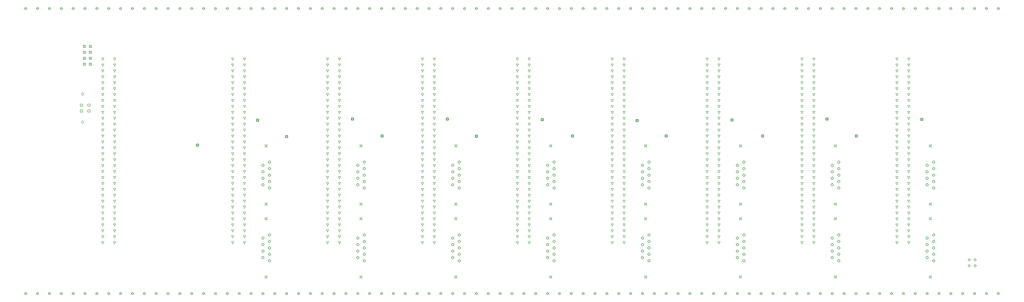
<source format=gbr>
G04 Layer_Color=2752767*
%FSLAX45Y45*%
%MOMM*%
%TF.FileFunction,Drawing*%
%TF.Part,Single*%
G01*
G75*
%TA.AperFunction,NonConductor*%
%ADD226C,0.12700*%
%ADD227C,0.16933*%
D226*
X7239000Y13438600D02*
Y13540199D01*
X7340600D01*
Y13438600D01*
X7239000D01*
Y13688600D02*
Y13790199D01*
X7340600D01*
Y13688600D01*
X7239000D01*
X7560000D02*
Y13790199D01*
X7661600D01*
Y13688600D01*
X7560000D01*
Y13438600D02*
Y13540199D01*
X7661600D01*
Y13438600D01*
X7560000D01*
X42722800Y15659100D02*
X42672000Y15760699D01*
X42773599D01*
X42722800Y15659100D01*
Y15405099D02*
X42672000Y15506700D01*
X42773599D01*
X42722800Y15405099D01*
Y15151100D02*
X42672000Y15252699D01*
X42773599D01*
X42722800Y15151100D01*
Y14897099D02*
X42672000Y14998700D01*
X42773599D01*
X42722800Y14897099D01*
Y14643100D02*
X42672000Y14744701D01*
X42773599D01*
X42722800Y14643100D01*
Y14389101D02*
X42672000Y14490700D01*
X42773599D01*
X42722800Y14389101D01*
Y14135100D02*
X42672000Y14236700D01*
X42773599D01*
X42722800Y14135100D01*
Y13881100D02*
X42672000Y13982700D01*
X42773599D01*
X42722800Y13881100D01*
Y13627100D02*
X42672000Y13728700D01*
X42773599D01*
X42722800Y13627100D01*
Y13373100D02*
X42672000Y13474699D01*
X42773599D01*
X42722800Y13373100D01*
Y13119099D02*
X42672000Y13220700D01*
X42773599D01*
X42722800Y13119099D01*
Y12865100D02*
X42672000Y12966701D01*
X42773599D01*
X42722800Y12865100D01*
Y12611100D02*
X42672000Y12712700D01*
X42773599D01*
X42722800Y12611100D01*
Y12357100D02*
X42672000Y12458700D01*
X42773599D01*
X42722800Y12357100D01*
Y12103100D02*
X42672000Y12204700D01*
X42773599D01*
X42722800Y12103100D01*
Y11849100D02*
X42672000Y11950700D01*
X42773599D01*
X42722800Y11849100D01*
Y11595100D02*
X42672000Y11696700D01*
X42773599D01*
X42722800Y11595100D01*
Y11341100D02*
X42672000Y11442700D01*
X42773599D01*
X42722800Y11341100D01*
Y11087100D02*
X42672000Y11188700D01*
X42773599D01*
X42722800Y11087100D01*
Y10833100D02*
X42672000Y10934700D01*
X42773599D01*
X42722800Y10833100D01*
Y10579100D02*
X42672000Y10680700D01*
X42773599D01*
X42722800Y10579100D01*
Y10325100D02*
X42672000Y10426700D01*
X42773599D01*
X42722800Y10325100D01*
Y10071100D02*
X42672000Y10172700D01*
X42773599D01*
X42722800Y10071100D01*
Y9817100D02*
X42672000Y9918700D01*
X42773599D01*
X42722800Y9817100D01*
Y9563100D02*
X42672000Y9664700D01*
X42773599D01*
X42722800Y9563100D01*
Y9309100D02*
X42672000Y9410700D01*
X42773599D01*
X42722800Y9309100D01*
Y9055100D02*
X42672000Y9156700D01*
X42773599D01*
X42722800Y9055100D01*
Y8801100D02*
X42672000Y8902700D01*
X42773599D01*
X42722800Y8801100D01*
Y8547100D02*
X42672000Y8648700D01*
X42773599D01*
X42722800Y8547100D01*
Y8293100D02*
X42672000Y8394700D01*
X42773599D01*
X42722800Y8293100D01*
Y8039100D02*
X42672000Y8140700D01*
X42773599D01*
X42722800Y8039100D01*
Y7785100D02*
X42672000Y7886700D01*
X42773599D01*
X42722800Y7785100D01*
X42214801Y15659100D02*
X42164001Y15760699D01*
X42265601D01*
X42214801Y15659100D01*
Y15405099D02*
X42164001Y15506700D01*
X42265601D01*
X42214801Y15405099D01*
Y15151100D02*
X42164001Y15252699D01*
X42265601D01*
X42214801Y15151100D01*
Y14897099D02*
X42164001Y14998700D01*
X42265601D01*
X42214801Y14897099D01*
Y14643100D02*
X42164001Y14744701D01*
X42265601D01*
X42214801Y14643100D01*
Y14389101D02*
X42164001Y14490700D01*
X42265601D01*
X42214801Y14389101D01*
Y14135100D02*
X42164001Y14236700D01*
X42265601D01*
X42214801Y14135100D01*
Y13881100D02*
X42164001Y13982700D01*
X42265601D01*
X42214801Y13881100D01*
Y13627100D02*
X42164001Y13728700D01*
X42265601D01*
X42214801Y13627100D01*
Y13373100D02*
X42164001Y13474699D01*
X42265601D01*
X42214801Y13373100D01*
Y13119099D02*
X42164001Y13220700D01*
X42265601D01*
X42214801Y13119099D01*
Y12865100D02*
X42164001Y12966701D01*
X42265601D01*
X42214801Y12865100D01*
Y12611100D02*
X42164001Y12712700D01*
X42265601D01*
X42214801Y12611100D01*
Y12357100D02*
X42164001Y12458700D01*
X42265601D01*
X42214801Y12357100D01*
Y12103100D02*
X42164001Y12204700D01*
X42265601D01*
X42214801Y12103100D01*
Y11849100D02*
X42164001Y11950700D01*
X42265601D01*
X42214801Y11849100D01*
Y11595100D02*
X42164001Y11696700D01*
X42265601D01*
X42214801Y11595100D01*
Y11341100D02*
X42164001Y11442700D01*
X42265601D01*
X42214801Y11341100D01*
Y11087100D02*
X42164001Y11188700D01*
X42265601D01*
X42214801Y11087100D01*
Y10833100D02*
X42164001Y10934700D01*
X42265601D01*
X42214801Y10833100D01*
Y10579100D02*
X42164001Y10680700D01*
X42265601D01*
X42214801Y10579100D01*
Y10325100D02*
X42164001Y10426700D01*
X42265601D01*
X42214801Y10325100D01*
Y10071100D02*
X42164001Y10172700D01*
X42265601D01*
X42214801Y10071100D01*
Y9817100D02*
X42164001Y9918700D01*
X42265601D01*
X42214801Y9817100D01*
Y9563100D02*
X42164001Y9664700D01*
X42265601D01*
X42214801Y9563100D01*
Y9309100D02*
X42164001Y9410700D01*
X42265601D01*
X42214801Y9309100D01*
Y9055100D02*
X42164001Y9156700D01*
X42265601D01*
X42214801Y9055100D01*
Y8801100D02*
X42164001Y8902700D01*
X42265601D01*
X42214801Y8801100D01*
Y8547100D02*
X42164001Y8648700D01*
X42265601D01*
X42214801Y8547100D01*
Y8293100D02*
X42164001Y8394700D01*
X42265601D01*
X42214801Y8293100D01*
Y8039100D02*
X42164001Y8140700D01*
X42265601D01*
X42214801Y8039100D01*
Y7785100D02*
X42164001Y7886700D01*
X42265601D01*
X42214801Y7785100D01*
X38658801Y15659100D02*
X38607999Y15760699D01*
X38709601D01*
X38658801Y15659100D01*
Y15405099D02*
X38607999Y15506700D01*
X38709601D01*
X38658801Y15405099D01*
Y15151100D02*
X38607999Y15252699D01*
X38709601D01*
X38658801Y15151100D01*
Y14897099D02*
X38607999Y14998700D01*
X38709601D01*
X38658801Y14897099D01*
Y14643100D02*
X38607999Y14744701D01*
X38709601D01*
X38658801Y14643100D01*
Y14389101D02*
X38607999Y14490700D01*
X38709601D01*
X38658801Y14389101D01*
Y14135100D02*
X38607999Y14236700D01*
X38709601D01*
X38658801Y14135100D01*
Y13881100D02*
X38607999Y13982700D01*
X38709601D01*
X38658801Y13881100D01*
Y13627100D02*
X38607999Y13728700D01*
X38709601D01*
X38658801Y13627100D01*
Y13373100D02*
X38607999Y13474699D01*
X38709601D01*
X38658801Y13373100D01*
Y13119099D02*
X38607999Y13220700D01*
X38709601D01*
X38658801Y13119099D01*
Y12865100D02*
X38607999Y12966701D01*
X38709601D01*
X38658801Y12865100D01*
Y12611100D02*
X38607999Y12712700D01*
X38709601D01*
X38658801Y12611100D01*
Y12357100D02*
X38607999Y12458700D01*
X38709601D01*
X38658801Y12357100D01*
Y12103100D02*
X38607999Y12204700D01*
X38709601D01*
X38658801Y12103100D01*
Y11849100D02*
X38607999Y11950700D01*
X38709601D01*
X38658801Y11849100D01*
Y11595100D02*
X38607999Y11696700D01*
X38709601D01*
X38658801Y11595100D01*
Y11341100D02*
X38607999Y11442700D01*
X38709601D01*
X38658801Y11341100D01*
Y11087100D02*
X38607999Y11188700D01*
X38709601D01*
X38658801Y11087100D01*
Y10833100D02*
X38607999Y10934700D01*
X38709601D01*
X38658801Y10833100D01*
Y10579100D02*
X38607999Y10680700D01*
X38709601D01*
X38658801Y10579100D01*
Y10325100D02*
X38607999Y10426700D01*
X38709601D01*
X38658801Y10325100D01*
Y10071100D02*
X38607999Y10172700D01*
X38709601D01*
X38658801Y10071100D01*
Y9817100D02*
X38607999Y9918700D01*
X38709601D01*
X38658801Y9817100D01*
Y9563100D02*
X38607999Y9664700D01*
X38709601D01*
X38658801Y9563100D01*
Y9309100D02*
X38607999Y9410700D01*
X38709601D01*
X38658801Y9309100D01*
Y9055100D02*
X38607999Y9156700D01*
X38709601D01*
X38658801Y9055100D01*
Y8801100D02*
X38607999Y8902700D01*
X38709601D01*
X38658801Y8801100D01*
Y8547100D02*
X38607999Y8648700D01*
X38709601D01*
X38658801Y8547100D01*
Y8293100D02*
X38607999Y8394700D01*
X38709601D01*
X38658801Y8293100D01*
Y8039100D02*
X38607999Y8140700D01*
X38709601D01*
X38658801Y8039100D01*
Y7785100D02*
X38607999Y7886700D01*
X38709601D01*
X38658801Y7785100D01*
X38150800Y15659100D02*
X38100000Y15760699D01*
X38201599D01*
X38150800Y15659100D01*
Y15405099D02*
X38100000Y15506700D01*
X38201599D01*
X38150800Y15405099D01*
Y15151100D02*
X38100000Y15252699D01*
X38201599D01*
X38150800Y15151100D01*
Y14897099D02*
X38100000Y14998700D01*
X38201599D01*
X38150800Y14897099D01*
Y14643100D02*
X38100000Y14744701D01*
X38201599D01*
X38150800Y14643100D01*
Y14389101D02*
X38100000Y14490700D01*
X38201599D01*
X38150800Y14389101D01*
Y14135100D02*
X38100000Y14236700D01*
X38201599D01*
X38150800Y14135100D01*
Y13881100D02*
X38100000Y13982700D01*
X38201599D01*
X38150800Y13881100D01*
Y13627100D02*
X38100000Y13728700D01*
X38201599D01*
X38150800Y13627100D01*
Y13373100D02*
X38100000Y13474699D01*
X38201599D01*
X38150800Y13373100D01*
Y13119099D02*
X38100000Y13220700D01*
X38201599D01*
X38150800Y13119099D01*
Y12865100D02*
X38100000Y12966701D01*
X38201599D01*
X38150800Y12865100D01*
Y12611100D02*
X38100000Y12712700D01*
X38201599D01*
X38150800Y12611100D01*
Y12357100D02*
X38100000Y12458700D01*
X38201599D01*
X38150800Y12357100D01*
Y12103100D02*
X38100000Y12204700D01*
X38201599D01*
X38150800Y12103100D01*
Y11849100D02*
X38100000Y11950700D01*
X38201599D01*
X38150800Y11849100D01*
Y11595100D02*
X38100000Y11696700D01*
X38201599D01*
X38150800Y11595100D01*
Y11341100D02*
X38100000Y11442700D01*
X38201599D01*
X38150800Y11341100D01*
Y11087100D02*
X38100000Y11188700D01*
X38201599D01*
X38150800Y11087100D01*
Y10833100D02*
X38100000Y10934700D01*
X38201599D01*
X38150800Y10833100D01*
Y10579100D02*
X38100000Y10680700D01*
X38201599D01*
X38150800Y10579100D01*
Y10325100D02*
X38100000Y10426700D01*
X38201599D01*
X38150800Y10325100D01*
Y10071100D02*
X38100000Y10172700D01*
X38201599D01*
X38150800Y10071100D01*
Y9817100D02*
X38100000Y9918700D01*
X38201599D01*
X38150800Y9817100D01*
Y9563100D02*
X38100000Y9664700D01*
X38201599D01*
X38150800Y9563100D01*
Y9309100D02*
X38100000Y9410700D01*
X38201599D01*
X38150800Y9309100D01*
Y9055100D02*
X38100000Y9156700D01*
X38201599D01*
X38150800Y9055100D01*
Y8801100D02*
X38100000Y8902700D01*
X38201599D01*
X38150800Y8801100D01*
Y8547100D02*
X38100000Y8648700D01*
X38201599D01*
X38150800Y8547100D01*
Y8293100D02*
X38100000Y8394700D01*
X38201599D01*
X38150800Y8293100D01*
Y8039100D02*
X38100000Y8140700D01*
X38201599D01*
X38150800Y8039100D01*
Y7785100D02*
X38100000Y7886700D01*
X38201599D01*
X38150800Y7785100D01*
X34594800Y15659100D02*
X34544000Y15760699D01*
X34645599D01*
X34594800Y15659100D01*
Y15405099D02*
X34544000Y15506700D01*
X34645599D01*
X34594800Y15405099D01*
Y15151100D02*
X34544000Y15252699D01*
X34645599D01*
X34594800Y15151100D01*
Y14897099D02*
X34544000Y14998700D01*
X34645599D01*
X34594800Y14897099D01*
Y14643100D02*
X34544000Y14744701D01*
X34645599D01*
X34594800Y14643100D01*
Y14389101D02*
X34544000Y14490700D01*
X34645599D01*
X34594800Y14389101D01*
Y14135100D02*
X34544000Y14236700D01*
X34645599D01*
X34594800Y14135100D01*
Y13881100D02*
X34544000Y13982700D01*
X34645599D01*
X34594800Y13881100D01*
Y13627100D02*
X34544000Y13728700D01*
X34645599D01*
X34594800Y13627100D01*
Y13373100D02*
X34544000Y13474699D01*
X34645599D01*
X34594800Y13373100D01*
Y13119099D02*
X34544000Y13220700D01*
X34645599D01*
X34594800Y13119099D01*
Y12865100D02*
X34544000Y12966701D01*
X34645599D01*
X34594800Y12865100D01*
Y12611100D02*
X34544000Y12712700D01*
X34645599D01*
X34594800Y12611100D01*
Y12357100D02*
X34544000Y12458700D01*
X34645599D01*
X34594800Y12357100D01*
Y12103100D02*
X34544000Y12204700D01*
X34645599D01*
X34594800Y12103100D01*
Y11849100D02*
X34544000Y11950700D01*
X34645599D01*
X34594800Y11849100D01*
Y11595100D02*
X34544000Y11696700D01*
X34645599D01*
X34594800Y11595100D01*
Y11341100D02*
X34544000Y11442700D01*
X34645599D01*
X34594800Y11341100D01*
Y11087100D02*
X34544000Y11188700D01*
X34645599D01*
X34594800Y11087100D01*
Y10833100D02*
X34544000Y10934700D01*
X34645599D01*
X34594800Y10833100D01*
Y10579100D02*
X34544000Y10680700D01*
X34645599D01*
X34594800Y10579100D01*
Y10325100D02*
X34544000Y10426700D01*
X34645599D01*
X34594800Y10325100D01*
Y10071100D02*
X34544000Y10172700D01*
X34645599D01*
X34594800Y10071100D01*
Y9817100D02*
X34544000Y9918700D01*
X34645599D01*
X34594800Y9817100D01*
Y9563100D02*
X34544000Y9664700D01*
X34645599D01*
X34594800Y9563100D01*
Y9309100D02*
X34544000Y9410700D01*
X34645599D01*
X34594800Y9309100D01*
Y9055100D02*
X34544000Y9156700D01*
X34645599D01*
X34594800Y9055100D01*
Y8801100D02*
X34544000Y8902700D01*
X34645599D01*
X34594800Y8801100D01*
Y8547100D02*
X34544000Y8648700D01*
X34645599D01*
X34594800Y8547100D01*
Y8293100D02*
X34544000Y8394700D01*
X34645599D01*
X34594800Y8293100D01*
Y8039100D02*
X34544000Y8140700D01*
X34645599D01*
X34594800Y8039100D01*
Y7785100D02*
X34544000Y7886700D01*
X34645599D01*
X34594800Y7785100D01*
X34086801Y15659100D02*
X34035999Y15760699D01*
X34137601D01*
X34086801Y15659100D01*
Y15405099D02*
X34035999Y15506700D01*
X34137601D01*
X34086801Y15405099D01*
Y15151100D02*
X34035999Y15252699D01*
X34137601D01*
X34086801Y15151100D01*
Y14897099D02*
X34035999Y14998700D01*
X34137601D01*
X34086801Y14897099D01*
Y14643100D02*
X34035999Y14744701D01*
X34137601D01*
X34086801Y14643100D01*
Y14389101D02*
X34035999Y14490700D01*
X34137601D01*
X34086801Y14389101D01*
Y14135100D02*
X34035999Y14236700D01*
X34137601D01*
X34086801Y14135100D01*
Y13881100D02*
X34035999Y13982700D01*
X34137601D01*
X34086801Y13881100D01*
Y13627100D02*
X34035999Y13728700D01*
X34137601D01*
X34086801Y13627100D01*
Y13373100D02*
X34035999Y13474699D01*
X34137601D01*
X34086801Y13373100D01*
Y13119099D02*
X34035999Y13220700D01*
X34137601D01*
X34086801Y13119099D01*
Y12865100D02*
X34035999Y12966701D01*
X34137601D01*
X34086801Y12865100D01*
Y12611100D02*
X34035999Y12712700D01*
X34137601D01*
X34086801Y12611100D01*
Y12357100D02*
X34035999Y12458700D01*
X34137601D01*
X34086801Y12357100D01*
Y12103100D02*
X34035999Y12204700D01*
X34137601D01*
X34086801Y12103100D01*
Y11849100D02*
X34035999Y11950700D01*
X34137601D01*
X34086801Y11849100D01*
Y11595100D02*
X34035999Y11696700D01*
X34137601D01*
X34086801Y11595100D01*
Y11341100D02*
X34035999Y11442700D01*
X34137601D01*
X34086801Y11341100D01*
Y11087100D02*
X34035999Y11188700D01*
X34137601D01*
X34086801Y11087100D01*
Y10833100D02*
X34035999Y10934700D01*
X34137601D01*
X34086801Y10833100D01*
Y10579100D02*
X34035999Y10680700D01*
X34137601D01*
X34086801Y10579100D01*
Y10325100D02*
X34035999Y10426700D01*
X34137601D01*
X34086801Y10325100D01*
Y10071100D02*
X34035999Y10172700D01*
X34137601D01*
X34086801Y10071100D01*
Y9817100D02*
X34035999Y9918700D01*
X34137601D01*
X34086801Y9817100D01*
Y9563100D02*
X34035999Y9664700D01*
X34137601D01*
X34086801Y9563100D01*
Y9309100D02*
X34035999Y9410700D01*
X34137601D01*
X34086801Y9309100D01*
Y9055100D02*
X34035999Y9156700D01*
X34137601D01*
X34086801Y9055100D01*
Y8801100D02*
X34035999Y8902700D01*
X34137601D01*
X34086801Y8801100D01*
Y8547100D02*
X34035999Y8648700D01*
X34137601D01*
X34086801Y8547100D01*
Y8293100D02*
X34035999Y8394700D01*
X34137601D01*
X34086801Y8293100D01*
Y8039100D02*
X34035999Y8140700D01*
X34137601D01*
X34086801Y8039100D01*
Y7785100D02*
X34035999Y7886700D01*
X34137601D01*
X34086801Y7785100D01*
X30530801Y15659100D02*
X30479999Y15760699D01*
X30581601D01*
X30530801Y15659100D01*
Y15405099D02*
X30479999Y15506700D01*
X30581601D01*
X30530801Y15405099D01*
Y15151100D02*
X30479999Y15252699D01*
X30581601D01*
X30530801Y15151100D01*
Y14897099D02*
X30479999Y14998700D01*
X30581601D01*
X30530801Y14897099D01*
Y14643100D02*
X30479999Y14744701D01*
X30581601D01*
X30530801Y14643100D01*
Y14389101D02*
X30479999Y14490700D01*
X30581601D01*
X30530801Y14389101D01*
Y14135100D02*
X30479999Y14236700D01*
X30581601D01*
X30530801Y14135100D01*
Y13881100D02*
X30479999Y13982700D01*
X30581601D01*
X30530801Y13881100D01*
Y13627100D02*
X30479999Y13728700D01*
X30581601D01*
X30530801Y13627100D01*
Y13373100D02*
X30479999Y13474699D01*
X30581601D01*
X30530801Y13373100D01*
Y13119099D02*
X30479999Y13220700D01*
X30581601D01*
X30530801Y13119099D01*
Y12865100D02*
X30479999Y12966701D01*
X30581601D01*
X30530801Y12865100D01*
Y12611100D02*
X30479999Y12712700D01*
X30581601D01*
X30530801Y12611100D01*
Y12357100D02*
X30479999Y12458700D01*
X30581601D01*
X30530801Y12357100D01*
Y12103100D02*
X30479999Y12204700D01*
X30581601D01*
X30530801Y12103100D01*
Y11849100D02*
X30479999Y11950700D01*
X30581601D01*
X30530801Y11849100D01*
Y11595100D02*
X30479999Y11696700D01*
X30581601D01*
X30530801Y11595100D01*
Y11341100D02*
X30479999Y11442700D01*
X30581601D01*
X30530801Y11341100D01*
Y11087100D02*
X30479999Y11188700D01*
X30581601D01*
X30530801Y11087100D01*
Y10833100D02*
X30479999Y10934700D01*
X30581601D01*
X30530801Y10833100D01*
Y10579100D02*
X30479999Y10680700D01*
X30581601D01*
X30530801Y10579100D01*
Y10325100D02*
X30479999Y10426700D01*
X30581601D01*
X30530801Y10325100D01*
Y10071100D02*
X30479999Y10172700D01*
X30581601D01*
X30530801Y10071100D01*
Y9817100D02*
X30479999Y9918700D01*
X30581601D01*
X30530801Y9817100D01*
Y9563100D02*
X30479999Y9664700D01*
X30581601D01*
X30530801Y9563100D01*
Y9309100D02*
X30479999Y9410700D01*
X30581601D01*
X30530801Y9309100D01*
Y9055100D02*
X30479999Y9156700D01*
X30581601D01*
X30530801Y9055100D01*
Y8801100D02*
X30479999Y8902700D01*
X30581601D01*
X30530801Y8801100D01*
Y8547100D02*
X30479999Y8648700D01*
X30581601D01*
X30530801Y8547100D01*
Y8293100D02*
X30479999Y8394700D01*
X30581601D01*
X30530801Y8293100D01*
Y8039100D02*
X30479999Y8140700D01*
X30581601D01*
X30530801Y8039100D01*
Y7785100D02*
X30479999Y7886700D01*
X30581601D01*
X30530801Y7785100D01*
X30022800Y15659100D02*
X29972000Y15760699D01*
X30073599D01*
X30022800Y15659100D01*
Y15405099D02*
X29972000Y15506700D01*
X30073599D01*
X30022800Y15405099D01*
Y15151100D02*
X29972000Y15252699D01*
X30073599D01*
X30022800Y15151100D01*
Y14897099D02*
X29972000Y14998700D01*
X30073599D01*
X30022800Y14897099D01*
Y14643100D02*
X29972000Y14744701D01*
X30073599D01*
X30022800Y14643100D01*
Y14389101D02*
X29972000Y14490700D01*
X30073599D01*
X30022800Y14389101D01*
Y14135100D02*
X29972000Y14236700D01*
X30073599D01*
X30022800Y14135100D01*
Y13881100D02*
X29972000Y13982700D01*
X30073599D01*
X30022800Y13881100D01*
Y13627100D02*
X29972000Y13728700D01*
X30073599D01*
X30022800Y13627100D01*
Y13373100D02*
X29972000Y13474699D01*
X30073599D01*
X30022800Y13373100D01*
Y13119099D02*
X29972000Y13220700D01*
X30073599D01*
X30022800Y13119099D01*
Y12865100D02*
X29972000Y12966701D01*
X30073599D01*
X30022800Y12865100D01*
Y12611100D02*
X29972000Y12712700D01*
X30073599D01*
X30022800Y12611100D01*
Y12357100D02*
X29972000Y12458700D01*
X30073599D01*
X30022800Y12357100D01*
Y12103100D02*
X29972000Y12204700D01*
X30073599D01*
X30022800Y12103100D01*
Y11849100D02*
X29972000Y11950700D01*
X30073599D01*
X30022800Y11849100D01*
Y11595100D02*
X29972000Y11696700D01*
X30073599D01*
X30022800Y11595100D01*
Y11341100D02*
X29972000Y11442700D01*
X30073599D01*
X30022800Y11341100D01*
Y11087100D02*
X29972000Y11188700D01*
X30073599D01*
X30022800Y11087100D01*
Y10833100D02*
X29972000Y10934700D01*
X30073599D01*
X30022800Y10833100D01*
Y10579100D02*
X29972000Y10680700D01*
X30073599D01*
X30022800Y10579100D01*
Y10325100D02*
X29972000Y10426700D01*
X30073599D01*
X30022800Y10325100D01*
Y10071100D02*
X29972000Y10172700D01*
X30073599D01*
X30022800Y10071100D01*
Y9817100D02*
X29972000Y9918700D01*
X30073599D01*
X30022800Y9817100D01*
Y9563100D02*
X29972000Y9664700D01*
X30073599D01*
X30022800Y9563100D01*
Y9309100D02*
X29972000Y9410700D01*
X30073599D01*
X30022800Y9309100D01*
Y9055100D02*
X29972000Y9156700D01*
X30073599D01*
X30022800Y9055100D01*
Y8801100D02*
X29972000Y8902700D01*
X30073599D01*
X30022800Y8801100D01*
Y8547100D02*
X29972000Y8648700D01*
X30073599D01*
X30022800Y8547100D01*
Y8293100D02*
X29972000Y8394700D01*
X30073599D01*
X30022800Y8293100D01*
Y8039100D02*
X29972000Y8140700D01*
X30073599D01*
X30022800Y8039100D01*
Y7785100D02*
X29972000Y7886700D01*
X30073599D01*
X30022800Y7785100D01*
X26466800Y15659100D02*
X26416000Y15760699D01*
X26517599D01*
X26466800Y15659100D01*
Y15405099D02*
X26416000Y15506700D01*
X26517599D01*
X26466800Y15405099D01*
Y15151100D02*
X26416000Y15252699D01*
X26517599D01*
X26466800Y15151100D01*
Y14897099D02*
X26416000Y14998700D01*
X26517599D01*
X26466800Y14897099D01*
Y14643100D02*
X26416000Y14744701D01*
X26517599D01*
X26466800Y14643100D01*
Y14389101D02*
X26416000Y14490700D01*
X26517599D01*
X26466800Y14389101D01*
Y14135100D02*
X26416000Y14236700D01*
X26517599D01*
X26466800Y14135100D01*
Y13881100D02*
X26416000Y13982700D01*
X26517599D01*
X26466800Y13881100D01*
Y13627100D02*
X26416000Y13728700D01*
X26517599D01*
X26466800Y13627100D01*
Y13373100D02*
X26416000Y13474699D01*
X26517599D01*
X26466800Y13373100D01*
Y13119099D02*
X26416000Y13220700D01*
X26517599D01*
X26466800Y13119099D01*
Y12865100D02*
X26416000Y12966701D01*
X26517599D01*
X26466800Y12865100D01*
Y12611100D02*
X26416000Y12712700D01*
X26517599D01*
X26466800Y12611100D01*
Y12357100D02*
X26416000Y12458700D01*
X26517599D01*
X26466800Y12357100D01*
Y12103100D02*
X26416000Y12204700D01*
X26517599D01*
X26466800Y12103100D01*
Y11849100D02*
X26416000Y11950700D01*
X26517599D01*
X26466800Y11849100D01*
Y11595100D02*
X26416000Y11696700D01*
X26517599D01*
X26466800Y11595100D01*
Y11341100D02*
X26416000Y11442700D01*
X26517599D01*
X26466800Y11341100D01*
Y11087100D02*
X26416000Y11188700D01*
X26517599D01*
X26466800Y11087100D01*
Y10833100D02*
X26416000Y10934700D01*
X26517599D01*
X26466800Y10833100D01*
Y10579100D02*
X26416000Y10680700D01*
X26517599D01*
X26466800Y10579100D01*
Y10325100D02*
X26416000Y10426700D01*
X26517599D01*
X26466800Y10325100D01*
Y10071100D02*
X26416000Y10172700D01*
X26517599D01*
X26466800Y10071100D01*
Y9817100D02*
X26416000Y9918700D01*
X26517599D01*
X26466800Y9817100D01*
Y9563100D02*
X26416000Y9664700D01*
X26517599D01*
X26466800Y9563100D01*
Y9309100D02*
X26416000Y9410700D01*
X26517599D01*
X26466800Y9309100D01*
Y9055100D02*
X26416000Y9156700D01*
X26517599D01*
X26466800Y9055100D01*
Y8801100D02*
X26416000Y8902700D01*
X26517599D01*
X26466800Y8801100D01*
Y8547100D02*
X26416000Y8648700D01*
X26517599D01*
X26466800Y8547100D01*
Y8293100D02*
X26416000Y8394700D01*
X26517599D01*
X26466800Y8293100D01*
Y8039100D02*
X26416000Y8140700D01*
X26517599D01*
X26466800Y8039100D01*
Y7785100D02*
X26416000Y7886700D01*
X26517599D01*
X26466800Y7785100D01*
X25958801Y15659100D02*
X25907999Y15760699D01*
X26009601D01*
X25958801Y15659100D01*
Y15405099D02*
X25907999Y15506700D01*
X26009601D01*
X25958801Y15405099D01*
Y15151100D02*
X25907999Y15252699D01*
X26009601D01*
X25958801Y15151100D01*
Y14897099D02*
X25907999Y14998700D01*
X26009601D01*
X25958801Y14897099D01*
Y14643100D02*
X25907999Y14744701D01*
X26009601D01*
X25958801Y14643100D01*
Y14389101D02*
X25907999Y14490700D01*
X26009601D01*
X25958801Y14389101D01*
Y14135100D02*
X25907999Y14236700D01*
X26009601D01*
X25958801Y14135100D01*
Y13881100D02*
X25907999Y13982700D01*
X26009601D01*
X25958801Y13881100D01*
Y13627100D02*
X25907999Y13728700D01*
X26009601D01*
X25958801Y13627100D01*
Y13373100D02*
X25907999Y13474699D01*
X26009601D01*
X25958801Y13373100D01*
Y13119099D02*
X25907999Y13220700D01*
X26009601D01*
X25958801Y13119099D01*
Y12865100D02*
X25907999Y12966701D01*
X26009601D01*
X25958801Y12865100D01*
Y12611100D02*
X25907999Y12712700D01*
X26009601D01*
X25958801Y12611100D01*
Y12357100D02*
X25907999Y12458700D01*
X26009601D01*
X25958801Y12357100D01*
Y12103100D02*
X25907999Y12204700D01*
X26009601D01*
X25958801Y12103100D01*
Y11849100D02*
X25907999Y11950700D01*
X26009601D01*
X25958801Y11849100D01*
Y11595100D02*
X25907999Y11696700D01*
X26009601D01*
X25958801Y11595100D01*
Y11341100D02*
X25907999Y11442700D01*
X26009601D01*
X25958801Y11341100D01*
Y11087100D02*
X25907999Y11188700D01*
X26009601D01*
X25958801Y11087100D01*
Y10833100D02*
X25907999Y10934700D01*
X26009601D01*
X25958801Y10833100D01*
Y10579100D02*
X25907999Y10680700D01*
X26009601D01*
X25958801Y10579100D01*
Y10325100D02*
X25907999Y10426700D01*
X26009601D01*
X25958801Y10325100D01*
Y10071100D02*
X25907999Y10172700D01*
X26009601D01*
X25958801Y10071100D01*
Y9817100D02*
X25907999Y9918700D01*
X26009601D01*
X25958801Y9817100D01*
Y9563100D02*
X25907999Y9664700D01*
X26009601D01*
X25958801Y9563100D01*
Y9309100D02*
X25907999Y9410700D01*
X26009601D01*
X25958801Y9309100D01*
Y9055100D02*
X25907999Y9156700D01*
X26009601D01*
X25958801Y9055100D01*
Y8801100D02*
X25907999Y8902700D01*
X26009601D01*
X25958801Y8801100D01*
Y8547100D02*
X25907999Y8648700D01*
X26009601D01*
X25958801Y8547100D01*
Y8293100D02*
X25907999Y8394700D01*
X26009601D01*
X25958801Y8293100D01*
Y8039100D02*
X25907999Y8140700D01*
X26009601D01*
X25958801Y8039100D01*
Y7785100D02*
X25907999Y7886700D01*
X26009601D01*
X25958801Y7785100D01*
X22402800Y15659100D02*
X22352000Y15760699D01*
X22453600D01*
X22402800Y15659100D01*
Y15405099D02*
X22352000Y15506700D01*
X22453600D01*
X22402800Y15405099D01*
Y15151100D02*
X22352000Y15252699D01*
X22453600D01*
X22402800Y15151100D01*
Y14897099D02*
X22352000Y14998700D01*
X22453600D01*
X22402800Y14897099D01*
Y14643100D02*
X22352000Y14744701D01*
X22453600D01*
X22402800Y14643100D01*
Y14389101D02*
X22352000Y14490700D01*
X22453600D01*
X22402800Y14389101D01*
Y14135100D02*
X22352000Y14236700D01*
X22453600D01*
X22402800Y14135100D01*
Y13881100D02*
X22352000Y13982700D01*
X22453600D01*
X22402800Y13881100D01*
Y13627100D02*
X22352000Y13728700D01*
X22453600D01*
X22402800Y13627100D01*
Y13373100D02*
X22352000Y13474699D01*
X22453600D01*
X22402800Y13373100D01*
Y13119099D02*
X22352000Y13220700D01*
X22453600D01*
X22402800Y13119099D01*
Y12865100D02*
X22352000Y12966701D01*
X22453600D01*
X22402800Y12865100D01*
Y12611100D02*
X22352000Y12712700D01*
X22453600D01*
X22402800Y12611100D01*
Y12357100D02*
X22352000Y12458700D01*
X22453600D01*
X22402800Y12357100D01*
Y12103100D02*
X22352000Y12204700D01*
X22453600D01*
X22402800Y12103100D01*
Y11849100D02*
X22352000Y11950700D01*
X22453600D01*
X22402800Y11849100D01*
Y11595100D02*
X22352000Y11696700D01*
X22453600D01*
X22402800Y11595100D01*
Y11341100D02*
X22352000Y11442700D01*
X22453600D01*
X22402800Y11341100D01*
Y11087100D02*
X22352000Y11188700D01*
X22453600D01*
X22402800Y11087100D01*
Y10833100D02*
X22352000Y10934700D01*
X22453600D01*
X22402800Y10833100D01*
Y10579100D02*
X22352000Y10680700D01*
X22453600D01*
X22402800Y10579100D01*
Y10325100D02*
X22352000Y10426700D01*
X22453600D01*
X22402800Y10325100D01*
Y10071100D02*
X22352000Y10172700D01*
X22453600D01*
X22402800Y10071100D01*
Y9817100D02*
X22352000Y9918700D01*
X22453600D01*
X22402800Y9817100D01*
Y9563100D02*
X22352000Y9664700D01*
X22453600D01*
X22402800Y9563100D01*
Y9309100D02*
X22352000Y9410700D01*
X22453600D01*
X22402800Y9309100D01*
Y9055100D02*
X22352000Y9156700D01*
X22453600D01*
X22402800Y9055100D01*
Y8801100D02*
X22352000Y8902700D01*
X22453600D01*
X22402800Y8801100D01*
Y8547100D02*
X22352000Y8648700D01*
X22453600D01*
X22402800Y8547100D01*
Y8293100D02*
X22352000Y8394700D01*
X22453600D01*
X22402800Y8293100D01*
Y8039100D02*
X22352000Y8140700D01*
X22453600D01*
X22402800Y8039100D01*
Y7785100D02*
X22352000Y7886700D01*
X22453600D01*
X22402800Y7785100D01*
X21894800Y15659100D02*
X21844000Y15760699D01*
X21945599D01*
X21894800Y15659100D01*
Y15405099D02*
X21844000Y15506700D01*
X21945599D01*
X21894800Y15405099D01*
Y15151100D02*
X21844000Y15252699D01*
X21945599D01*
X21894800Y15151100D01*
Y14897099D02*
X21844000Y14998700D01*
X21945599D01*
X21894800Y14897099D01*
Y14643100D02*
X21844000Y14744701D01*
X21945599D01*
X21894800Y14643100D01*
Y14389101D02*
X21844000Y14490700D01*
X21945599D01*
X21894800Y14389101D01*
Y14135100D02*
X21844000Y14236700D01*
X21945599D01*
X21894800Y14135100D01*
Y13881100D02*
X21844000Y13982700D01*
X21945599D01*
X21894800Y13881100D01*
Y13627100D02*
X21844000Y13728700D01*
X21945599D01*
X21894800Y13627100D01*
Y13373100D02*
X21844000Y13474699D01*
X21945599D01*
X21894800Y13373100D01*
Y13119099D02*
X21844000Y13220700D01*
X21945599D01*
X21894800Y13119099D01*
Y12865100D02*
X21844000Y12966701D01*
X21945599D01*
X21894800Y12865100D01*
Y12611100D02*
X21844000Y12712700D01*
X21945599D01*
X21894800Y12611100D01*
Y12357100D02*
X21844000Y12458700D01*
X21945599D01*
X21894800Y12357100D01*
Y12103100D02*
X21844000Y12204700D01*
X21945599D01*
X21894800Y12103100D01*
Y11849100D02*
X21844000Y11950700D01*
X21945599D01*
X21894800Y11849100D01*
Y11595100D02*
X21844000Y11696700D01*
X21945599D01*
X21894800Y11595100D01*
Y11341100D02*
X21844000Y11442700D01*
X21945599D01*
X21894800Y11341100D01*
Y11087100D02*
X21844000Y11188700D01*
X21945599D01*
X21894800Y11087100D01*
Y10833100D02*
X21844000Y10934700D01*
X21945599D01*
X21894800Y10833100D01*
Y10579100D02*
X21844000Y10680700D01*
X21945599D01*
X21894800Y10579100D01*
Y10325100D02*
X21844000Y10426700D01*
X21945599D01*
X21894800Y10325100D01*
Y10071100D02*
X21844000Y10172700D01*
X21945599D01*
X21894800Y10071100D01*
Y9817100D02*
X21844000Y9918700D01*
X21945599D01*
X21894800Y9817100D01*
Y9563100D02*
X21844000Y9664700D01*
X21945599D01*
X21894800Y9563100D01*
Y9309100D02*
X21844000Y9410700D01*
X21945599D01*
X21894800Y9309100D01*
Y9055100D02*
X21844000Y9156700D01*
X21945599D01*
X21894800Y9055100D01*
Y8801100D02*
X21844000Y8902700D01*
X21945599D01*
X21894800Y8801100D01*
Y8547100D02*
X21844000Y8648700D01*
X21945599D01*
X21894800Y8547100D01*
Y8293100D02*
X21844000Y8394700D01*
X21945599D01*
X21894800Y8293100D01*
Y8039100D02*
X21844000Y8140700D01*
X21945599D01*
X21894800Y8039100D01*
Y7785100D02*
X21844000Y7886700D01*
X21945599D01*
X21894800Y7785100D01*
X18338800Y15659100D02*
X18288000Y15760699D01*
X18389600D01*
X18338800Y15659100D01*
Y15405099D02*
X18288000Y15506700D01*
X18389600D01*
X18338800Y15405099D01*
Y15151100D02*
X18288000Y15252699D01*
X18389600D01*
X18338800Y15151100D01*
Y14897099D02*
X18288000Y14998700D01*
X18389600D01*
X18338800Y14897099D01*
Y14643100D02*
X18288000Y14744701D01*
X18389600D01*
X18338800Y14643100D01*
Y14389101D02*
X18288000Y14490700D01*
X18389600D01*
X18338800Y14389101D01*
Y14135100D02*
X18288000Y14236700D01*
X18389600D01*
X18338800Y14135100D01*
Y13881100D02*
X18288000Y13982700D01*
X18389600D01*
X18338800Y13881100D01*
Y13627100D02*
X18288000Y13728700D01*
X18389600D01*
X18338800Y13627100D01*
Y13373100D02*
X18288000Y13474699D01*
X18389600D01*
X18338800Y13373100D01*
Y13119099D02*
X18288000Y13220700D01*
X18389600D01*
X18338800Y13119099D01*
Y12865100D02*
X18288000Y12966701D01*
X18389600D01*
X18338800Y12865100D01*
Y12611100D02*
X18288000Y12712700D01*
X18389600D01*
X18338800Y12611100D01*
Y12357100D02*
X18288000Y12458700D01*
X18389600D01*
X18338800Y12357100D01*
Y12103100D02*
X18288000Y12204700D01*
X18389600D01*
X18338800Y12103100D01*
Y11849100D02*
X18288000Y11950700D01*
X18389600D01*
X18338800Y11849100D01*
Y11595100D02*
X18288000Y11696700D01*
X18389600D01*
X18338800Y11595100D01*
Y11341100D02*
X18288000Y11442700D01*
X18389600D01*
X18338800Y11341100D01*
Y11087100D02*
X18288000Y11188700D01*
X18389600D01*
X18338800Y11087100D01*
Y10833100D02*
X18288000Y10934700D01*
X18389600D01*
X18338800Y10833100D01*
Y10579100D02*
X18288000Y10680700D01*
X18389600D01*
X18338800Y10579100D01*
Y10325100D02*
X18288000Y10426700D01*
X18389600D01*
X18338800Y10325100D01*
Y10071100D02*
X18288000Y10172700D01*
X18389600D01*
X18338800Y10071100D01*
Y9817100D02*
X18288000Y9918700D01*
X18389600D01*
X18338800Y9817100D01*
Y9563100D02*
X18288000Y9664700D01*
X18389600D01*
X18338800Y9563100D01*
Y9309100D02*
X18288000Y9410700D01*
X18389600D01*
X18338800Y9309100D01*
Y9055100D02*
X18288000Y9156700D01*
X18389600D01*
X18338800Y9055100D01*
Y8801100D02*
X18288000Y8902700D01*
X18389600D01*
X18338800Y8801100D01*
Y8547100D02*
X18288000Y8648700D01*
X18389600D01*
X18338800Y8547100D01*
Y8293100D02*
X18288000Y8394700D01*
X18389600D01*
X18338800Y8293100D01*
Y8039100D02*
X18288000Y8140700D01*
X18389600D01*
X18338800Y8039100D01*
Y7785100D02*
X18288000Y7886700D01*
X18389600D01*
X18338800Y7785100D01*
X17830800Y15659100D02*
X17780000Y15760699D01*
X17881599D01*
X17830800Y15659100D01*
Y15405099D02*
X17780000Y15506700D01*
X17881599D01*
X17830800Y15405099D01*
Y15151100D02*
X17780000Y15252699D01*
X17881599D01*
X17830800Y15151100D01*
Y14897099D02*
X17780000Y14998700D01*
X17881599D01*
X17830800Y14897099D01*
Y14643100D02*
X17780000Y14744701D01*
X17881599D01*
X17830800Y14643100D01*
Y14389101D02*
X17780000Y14490700D01*
X17881599D01*
X17830800Y14389101D01*
Y14135100D02*
X17780000Y14236700D01*
X17881599D01*
X17830800Y14135100D01*
Y13881100D02*
X17780000Y13982700D01*
X17881599D01*
X17830800Y13881100D01*
Y13627100D02*
X17780000Y13728700D01*
X17881599D01*
X17830800Y13627100D01*
Y13373100D02*
X17780000Y13474699D01*
X17881599D01*
X17830800Y13373100D01*
Y13119099D02*
X17780000Y13220700D01*
X17881599D01*
X17830800Y13119099D01*
Y12865100D02*
X17780000Y12966701D01*
X17881599D01*
X17830800Y12865100D01*
Y12611100D02*
X17780000Y12712700D01*
X17881599D01*
X17830800Y12611100D01*
Y12357100D02*
X17780000Y12458700D01*
X17881599D01*
X17830800Y12357100D01*
Y12103100D02*
X17780000Y12204700D01*
X17881599D01*
X17830800Y12103100D01*
Y11849100D02*
X17780000Y11950700D01*
X17881599D01*
X17830800Y11849100D01*
Y11595100D02*
X17780000Y11696700D01*
X17881599D01*
X17830800Y11595100D01*
Y11341100D02*
X17780000Y11442700D01*
X17881599D01*
X17830800Y11341100D01*
Y11087100D02*
X17780000Y11188700D01*
X17881599D01*
X17830800Y11087100D01*
Y10833100D02*
X17780000Y10934700D01*
X17881599D01*
X17830800Y10833100D01*
Y10579100D02*
X17780000Y10680700D01*
X17881599D01*
X17830800Y10579100D01*
Y10325100D02*
X17780000Y10426700D01*
X17881599D01*
X17830800Y10325100D01*
Y10071100D02*
X17780000Y10172700D01*
X17881599D01*
X17830800Y10071100D01*
Y9817100D02*
X17780000Y9918700D01*
X17881599D01*
X17830800Y9817100D01*
Y9563100D02*
X17780000Y9664700D01*
X17881599D01*
X17830800Y9563100D01*
Y9309100D02*
X17780000Y9410700D01*
X17881599D01*
X17830800Y9309100D01*
Y9055100D02*
X17780000Y9156700D01*
X17881599D01*
X17830800Y9055100D01*
Y8801100D02*
X17780000Y8902700D01*
X17881599D01*
X17830800Y8801100D01*
Y8547100D02*
X17780000Y8648700D01*
X17881599D01*
X17830800Y8547100D01*
Y8293100D02*
X17780000Y8394700D01*
X17881599D01*
X17830800Y8293100D01*
Y8039100D02*
X17780000Y8140700D01*
X17881599D01*
X17830800Y8039100D01*
Y7785100D02*
X17780000Y7886700D01*
X17881599D01*
X17830800Y7785100D01*
X8712200Y15659100D02*
X8661400Y15760699D01*
X8763000D01*
X8712200Y15659100D01*
Y15405099D02*
X8661400Y15506700D01*
X8763000D01*
X8712200Y15405099D01*
Y15151100D02*
X8661400Y15252699D01*
X8763000D01*
X8712200Y15151100D01*
Y14897099D02*
X8661400Y14998700D01*
X8763000D01*
X8712200Y14897099D01*
Y14643100D02*
X8661400Y14744701D01*
X8763000D01*
X8712200Y14643100D01*
Y14389101D02*
X8661400Y14490700D01*
X8763000D01*
X8712200Y14389101D01*
Y14135100D02*
X8661400Y14236700D01*
X8763000D01*
X8712200Y14135100D01*
Y13881100D02*
X8661400Y13982700D01*
X8763000D01*
X8712200Y13881100D01*
Y13627100D02*
X8661400Y13728700D01*
X8763000D01*
X8712200Y13627100D01*
Y13373100D02*
X8661400Y13474699D01*
X8763000D01*
X8712200Y13373100D01*
Y13119099D02*
X8661400Y13220700D01*
X8763000D01*
X8712200Y13119099D01*
Y12865100D02*
X8661400Y12966701D01*
X8763000D01*
X8712200Y12865100D01*
Y12611100D02*
X8661400Y12712700D01*
X8763000D01*
X8712200Y12611100D01*
Y12357100D02*
X8661400Y12458700D01*
X8763000D01*
X8712200Y12357100D01*
Y12103100D02*
X8661400Y12204700D01*
X8763000D01*
X8712200Y12103100D01*
Y11849100D02*
X8661400Y11950700D01*
X8763000D01*
X8712200Y11849100D01*
Y11595100D02*
X8661400Y11696700D01*
X8763000D01*
X8712200Y11595100D01*
Y11341100D02*
X8661400Y11442700D01*
X8763000D01*
X8712200Y11341100D01*
Y11087100D02*
X8661400Y11188700D01*
X8763000D01*
X8712200Y11087100D01*
Y10833100D02*
X8661400Y10934700D01*
X8763000D01*
X8712200Y10833100D01*
Y10579100D02*
X8661400Y10680700D01*
X8763000D01*
X8712200Y10579100D01*
Y10325100D02*
X8661400Y10426700D01*
X8763000D01*
X8712200Y10325100D01*
Y10071100D02*
X8661400Y10172700D01*
X8763000D01*
X8712200Y10071100D01*
Y9817100D02*
X8661400Y9918700D01*
X8763000D01*
X8712200Y9817100D01*
Y9563100D02*
X8661400Y9664700D01*
X8763000D01*
X8712200Y9563100D01*
Y9309100D02*
X8661400Y9410700D01*
X8763000D01*
X8712200Y9309100D01*
Y9055100D02*
X8661400Y9156700D01*
X8763000D01*
X8712200Y9055100D01*
Y8801100D02*
X8661400Y8902700D01*
X8763000D01*
X8712200Y8801100D01*
Y8547100D02*
X8661400Y8648700D01*
X8763000D01*
X8712200Y8547100D01*
Y8293100D02*
X8661400Y8394700D01*
X8763000D01*
X8712200Y8293100D01*
Y8039100D02*
X8661400Y8140700D01*
X8763000D01*
X8712200Y8039100D01*
Y7785100D02*
X8661400Y7886700D01*
X8763000D01*
X8712200Y7785100D01*
X8204200Y15659100D02*
X8153400Y15760699D01*
X8255000D01*
X8204200Y15659100D01*
Y15405099D02*
X8153400Y15506700D01*
X8255000D01*
X8204200Y15405099D01*
Y15151100D02*
X8153400Y15252699D01*
X8255000D01*
X8204200Y15151100D01*
Y14897099D02*
X8153400Y14998700D01*
X8255000D01*
X8204200Y14897099D01*
Y14643100D02*
X8153400Y14744701D01*
X8255000D01*
X8204200Y14643100D01*
Y14389101D02*
X8153400Y14490700D01*
X8255000D01*
X8204200Y14389101D01*
Y14135100D02*
X8153400Y14236700D01*
X8255000D01*
X8204200Y14135100D01*
Y13881100D02*
X8153400Y13982700D01*
X8255000D01*
X8204200Y13881100D01*
Y13627100D02*
X8153400Y13728700D01*
X8255000D01*
X8204200Y13627100D01*
Y13373100D02*
X8153400Y13474699D01*
X8255000D01*
X8204200Y13373100D01*
Y13119099D02*
X8153400Y13220700D01*
X8255000D01*
X8204200Y13119099D01*
Y12865100D02*
X8153400Y12966701D01*
X8255000D01*
X8204200Y12865100D01*
Y12611100D02*
X8153400Y12712700D01*
X8255000D01*
X8204200Y12611100D01*
Y12357100D02*
X8153400Y12458700D01*
X8255000D01*
X8204200Y12357100D01*
Y12103100D02*
X8153400Y12204700D01*
X8255000D01*
X8204200Y12103100D01*
Y11849100D02*
X8153400Y11950700D01*
X8255000D01*
X8204200Y11849100D01*
Y11595100D02*
X8153400Y11696700D01*
X8255000D01*
X8204200Y11595100D01*
Y11341100D02*
X8153400Y11442700D01*
X8255000D01*
X8204200Y11341100D01*
Y11087100D02*
X8153400Y11188700D01*
X8255000D01*
X8204200Y11087100D01*
Y10833100D02*
X8153400Y10934700D01*
X8255000D01*
X8204200Y10833100D01*
Y10579100D02*
X8153400Y10680700D01*
X8255000D01*
X8204200Y10579100D01*
Y10325100D02*
X8153400Y10426700D01*
X8255000D01*
X8204200Y10325100D01*
Y10071100D02*
X8153400Y10172700D01*
X8255000D01*
X8204200Y10071100D01*
Y9817100D02*
X8153400Y9918700D01*
X8255000D01*
X8204200Y9817100D01*
Y9563100D02*
X8153400Y9664700D01*
X8255000D01*
X8204200Y9563100D01*
Y9309100D02*
X8153400Y9410700D01*
X8255000D01*
X8204200Y9309100D01*
Y9055100D02*
X8153400Y9156700D01*
X8255000D01*
X8204200Y9055100D01*
Y8801100D02*
X8153400Y8902700D01*
X8255000D01*
X8204200Y8801100D01*
Y8547100D02*
X8153400Y8648700D01*
X8255000D01*
X8204200Y8547100D01*
Y8293100D02*
X8153400Y8394700D01*
X8255000D01*
X8204200Y8293100D01*
Y8039100D02*
X8153400Y8140700D01*
X8255000D01*
X8204200Y8039100D01*
Y7785100D02*
X8153400Y7886700D01*
X8255000D01*
X8204200Y7785100D01*
X14274800Y15659100D02*
X14224001Y15760699D01*
X14325600D01*
X14274800Y15659100D01*
Y15405099D02*
X14224001Y15506700D01*
X14325600D01*
X14274800Y15405099D01*
Y15151100D02*
X14224001Y15252699D01*
X14325600D01*
X14274800Y15151100D01*
Y14897099D02*
X14224001Y14998700D01*
X14325600D01*
X14274800Y14897099D01*
Y14643100D02*
X14224001Y14744701D01*
X14325600D01*
X14274800Y14643100D01*
Y14389101D02*
X14224001Y14490700D01*
X14325600D01*
X14274800Y14389101D01*
Y14135100D02*
X14224001Y14236700D01*
X14325600D01*
X14274800Y14135100D01*
Y13881100D02*
X14224001Y13982700D01*
X14325600D01*
X14274800Y13881100D01*
Y13627100D02*
X14224001Y13728700D01*
X14325600D01*
X14274800Y13627100D01*
Y13373100D02*
X14224001Y13474699D01*
X14325600D01*
X14274800Y13373100D01*
Y13119099D02*
X14224001Y13220700D01*
X14325600D01*
X14274800Y13119099D01*
Y12865100D02*
X14224001Y12966701D01*
X14325600D01*
X14274800Y12865100D01*
Y12611100D02*
X14224001Y12712700D01*
X14325600D01*
X14274800Y12611100D01*
Y12357100D02*
X14224001Y12458700D01*
X14325600D01*
X14274800Y12357100D01*
Y12103100D02*
X14224001Y12204700D01*
X14325600D01*
X14274800Y12103100D01*
Y11849100D02*
X14224001Y11950700D01*
X14325600D01*
X14274800Y11849100D01*
Y11595100D02*
X14224001Y11696700D01*
X14325600D01*
X14274800Y11595100D01*
Y11341100D02*
X14224001Y11442700D01*
X14325600D01*
X14274800Y11341100D01*
Y11087100D02*
X14224001Y11188700D01*
X14325600D01*
X14274800Y11087100D01*
Y10833100D02*
X14224001Y10934700D01*
X14325600D01*
X14274800Y10833100D01*
Y10579100D02*
X14224001Y10680700D01*
X14325600D01*
X14274800Y10579100D01*
Y10325100D02*
X14224001Y10426700D01*
X14325600D01*
X14274800Y10325100D01*
Y10071100D02*
X14224001Y10172700D01*
X14325600D01*
X14274800Y10071100D01*
Y9817100D02*
X14224001Y9918700D01*
X14325600D01*
X14274800Y9817100D01*
Y9563100D02*
X14224001Y9664700D01*
X14325600D01*
X14274800Y9563100D01*
Y9309100D02*
X14224001Y9410700D01*
X14325600D01*
X14274800Y9309100D01*
Y9055100D02*
X14224001Y9156700D01*
X14325600D01*
X14274800Y9055100D01*
Y8801100D02*
X14224001Y8902700D01*
X14325600D01*
X14274800Y8801100D01*
Y8547100D02*
X14224001Y8648700D01*
X14325600D01*
X14274800Y8547100D01*
Y8293100D02*
X14224001Y8394700D01*
X14325600D01*
X14274800Y8293100D01*
Y8039100D02*
X14224001Y8140700D01*
X14325600D01*
X14274800Y8039100D01*
Y7785100D02*
X14224001Y7886700D01*
X14325600D01*
X14274800Y7785100D01*
X13766800Y15659100D02*
X13716000Y15760699D01*
X13817599D01*
X13766800Y15659100D01*
Y15405099D02*
X13716000Y15506700D01*
X13817599D01*
X13766800Y15405099D01*
Y15151100D02*
X13716000Y15252699D01*
X13817599D01*
X13766800Y15151100D01*
Y14897099D02*
X13716000Y14998700D01*
X13817599D01*
X13766800Y14897099D01*
Y14643100D02*
X13716000Y14744701D01*
X13817599D01*
X13766800Y14643100D01*
Y14389101D02*
X13716000Y14490700D01*
X13817599D01*
X13766800Y14389101D01*
Y14135100D02*
X13716000Y14236700D01*
X13817599D01*
X13766800Y14135100D01*
Y13881100D02*
X13716000Y13982700D01*
X13817599D01*
X13766800Y13881100D01*
Y13627100D02*
X13716000Y13728700D01*
X13817599D01*
X13766800Y13627100D01*
Y13373100D02*
X13716000Y13474699D01*
X13817599D01*
X13766800Y13373100D01*
Y13119099D02*
X13716000Y13220700D01*
X13817599D01*
X13766800Y13119099D01*
Y12865100D02*
X13716000Y12966701D01*
X13817599D01*
X13766800Y12865100D01*
Y12611100D02*
X13716000Y12712700D01*
X13817599D01*
X13766800Y12611100D01*
Y12357100D02*
X13716000Y12458700D01*
X13817599D01*
X13766800Y12357100D01*
Y12103100D02*
X13716000Y12204700D01*
X13817599D01*
X13766800Y12103100D01*
Y11849100D02*
X13716000Y11950700D01*
X13817599D01*
X13766800Y11849100D01*
Y11595100D02*
X13716000Y11696700D01*
X13817599D01*
X13766800Y11595100D01*
Y11341100D02*
X13716000Y11442700D01*
X13817599D01*
X13766800Y11341100D01*
Y11087100D02*
X13716000Y11188700D01*
X13817599D01*
X13766800Y11087100D01*
Y10833100D02*
X13716000Y10934700D01*
X13817599D01*
X13766800Y10833100D01*
Y10579100D02*
X13716000Y10680700D01*
X13817599D01*
X13766800Y10579100D01*
Y10325100D02*
X13716000Y10426700D01*
X13817599D01*
X13766800Y10325100D01*
Y10071100D02*
X13716000Y10172700D01*
X13817599D01*
X13766800Y10071100D01*
Y9817100D02*
X13716000Y9918700D01*
X13817599D01*
X13766800Y9817100D01*
Y9563100D02*
X13716000Y9664700D01*
X13817599D01*
X13766800Y9563100D01*
Y9309100D02*
X13716000Y9410700D01*
X13817599D01*
X13766800Y9309100D01*
Y9055100D02*
X13716000Y9156700D01*
X13817599D01*
X13766800Y9055100D01*
Y8801100D02*
X13716000Y8902700D01*
X13817599D01*
X13766800Y8801100D01*
Y8547100D02*
X13716000Y8648700D01*
X13817599D01*
X13766800Y8547100D01*
Y8293100D02*
X13716000Y8394700D01*
X13817599D01*
X13766800Y8293100D01*
Y8039100D02*
X13716000Y8140700D01*
X13817599D01*
X13766800Y8039100D01*
Y7785100D02*
X13716000Y7886700D01*
X13817599D01*
X13766800Y7785100D01*
X13538200Y5610860D02*
X13563600Y5636260D01*
X13589000D01*
X13563600Y5661660D01*
X13589000Y5687060D01*
X13563600D01*
X13538200Y5712460D01*
X13512801Y5687060D01*
X13487399D01*
X13512801Y5661660D01*
X13487399Y5636260D01*
X13512801D01*
X13538200Y5610860D01*
X14046201D02*
X14071600Y5636260D01*
X14097000D01*
X14071600Y5661660D01*
X14097000Y5687060D01*
X14071600D01*
X14046201Y5712460D01*
X14020799Y5687060D01*
X13995399D01*
X14020799Y5661660D01*
X13995399Y5636260D01*
X14020799D01*
X14046201Y5610860D01*
X13030200D02*
X13055600Y5636260D01*
X13081000D01*
X13055600Y5661660D01*
X13081000Y5687060D01*
X13055600D01*
X13030200Y5712460D01*
X13004800Y5687060D01*
X12979401D01*
X13004800Y5661660D01*
X12979401Y5636260D01*
X13004800D01*
X13030200Y5610860D01*
X11506200D02*
X11531600Y5636260D01*
X11557000D01*
X11531600Y5661660D01*
X11557000Y5687060D01*
X11531600D01*
X11506200Y5712460D01*
X11480800Y5687060D01*
X11455400D01*
X11480800Y5661660D01*
X11455400Y5636260D01*
X11480800D01*
X11506200Y5610860D01*
X12522200D02*
X12547600Y5636260D01*
X12573000D01*
X12547600Y5661660D01*
X12573000Y5687060D01*
X12547600D01*
X12522200Y5712460D01*
X12496800Y5687060D01*
X12471400D01*
X12496800Y5661660D01*
X12471400Y5636260D01*
X12496800D01*
X12522200Y5610860D01*
X12014200D02*
X12039600Y5636260D01*
X12065000D01*
X12039600Y5661660D01*
X12065000Y5687060D01*
X12039600D01*
X12014200Y5712460D01*
X11988800Y5687060D01*
X11963400D01*
X11988800Y5661660D01*
X11963400Y5636260D01*
X11988800D01*
X12014200Y5610860D01*
X9982200D02*
X10007600Y5636260D01*
X10033000D01*
X10007600Y5661660D01*
X10033000Y5687060D01*
X10007600D01*
X9982200Y5712460D01*
X9956800Y5687060D01*
X9931400D01*
X9956800Y5661660D01*
X9931400Y5636260D01*
X9956800D01*
X9982200Y5610860D01*
X10998200D02*
X11023600Y5636260D01*
X11049000D01*
X11023600Y5661660D01*
X11049000Y5687060D01*
X11023600D01*
X10998200Y5712460D01*
X10972800Y5687060D01*
X10947400D01*
X10972800Y5661660D01*
X10947400Y5636260D01*
X10972800D01*
X10998200Y5610860D01*
X10490200D02*
X10515600Y5636260D01*
X10541000D01*
X10515600Y5661660D01*
X10541000Y5687060D01*
X10515600D01*
X10490200Y5712460D01*
X10464800Y5687060D01*
X10439400D01*
X10464800Y5661660D01*
X10439400Y5636260D01*
X10464800D01*
X10490200Y5610860D01*
X5918200D02*
X5943600Y5636260D01*
X5969000D01*
X5943600Y5661660D01*
X5969000Y5687060D01*
X5943600D01*
X5918200Y5712460D01*
X5892800Y5687060D01*
X5867400D01*
X5892800Y5661660D01*
X5867400Y5636260D01*
X5892800D01*
X5918200Y5610860D01*
X6426200D02*
X6451600Y5636260D01*
X6477000D01*
X6451600Y5661660D01*
X6477000Y5687060D01*
X6451600D01*
X6426200Y5712460D01*
X6400800Y5687060D01*
X6375400D01*
X6400800Y5661660D01*
X6375400Y5636260D01*
X6400800D01*
X6426200Y5610860D01*
X5410200D02*
X5435600Y5636260D01*
X5461000D01*
X5435600Y5661660D01*
X5461000Y5687060D01*
X5435600D01*
X5410200Y5712460D01*
X5384800Y5687060D01*
X5359400D01*
X5384800Y5661660D01*
X5359400Y5636260D01*
X5384800D01*
X5410200Y5610860D01*
X7442200D02*
X7467600Y5636260D01*
X7493000D01*
X7467600Y5661660D01*
X7493000Y5687060D01*
X7467600D01*
X7442200Y5712460D01*
X7416800Y5687060D01*
X7391400D01*
X7416800Y5661660D01*
X7391400Y5636260D01*
X7416800D01*
X7442200Y5610860D01*
X7950200D02*
X7975600Y5636260D01*
X8001000D01*
X7975600Y5661660D01*
X8001000Y5687060D01*
X7975600D01*
X7950200Y5712460D01*
X7924800Y5687060D01*
X7899400D01*
X7924800Y5661660D01*
X7899400Y5636260D01*
X7924800D01*
X7950200Y5610860D01*
X6934200D02*
X6959600Y5636260D01*
X6985000D01*
X6959600Y5661660D01*
X6985000Y5687060D01*
X6959600D01*
X6934200Y5712460D01*
X6908800Y5687060D01*
X6883400D01*
X6908800Y5661660D01*
X6883400Y5636260D01*
X6908800D01*
X6934200Y5610860D01*
X8458200D02*
X8483600Y5636260D01*
X8509000D01*
X8483600Y5661660D01*
X8509000Y5687060D01*
X8483600D01*
X8458200Y5712460D01*
X8432800Y5687060D01*
X8407400D01*
X8432800Y5661660D01*
X8407400Y5636260D01*
X8432800D01*
X8458200Y5610860D01*
X9474200D02*
X9499600Y5636260D01*
X9525000D01*
X9499600Y5661660D01*
X9525000Y5687060D01*
X9499600D01*
X9474200Y5712460D01*
X9448800Y5687060D01*
X9423400D01*
X9448800Y5661660D01*
X9423400Y5636260D01*
X9448800D01*
X9474200Y5610860D01*
X8966200D02*
X8991600Y5636260D01*
X9017000D01*
X8991600Y5661660D01*
X9017000Y5687060D01*
X8991600D01*
X8966200Y5712460D01*
X8940800Y5687060D01*
X8915400D01*
X8940800Y5661660D01*
X8915400Y5636260D01*
X8940800D01*
X8966200Y5610860D01*
X4902200D02*
X4927600Y5636260D01*
X4953000D01*
X4927600Y5661660D01*
X4953000Y5687060D01*
X4927600D01*
X4902200Y5712460D01*
X4876800Y5687060D01*
X4851400D01*
X4876800Y5661660D01*
X4851400Y5636260D01*
X4876800D01*
X4902200Y5610860D01*
X14046201Y17833340D02*
X14071600Y17858740D01*
X14097000D01*
X14071600Y17884140D01*
X14097000Y17909540D01*
X14071600D01*
X14046201Y17934940D01*
X14020799Y17909540D01*
X13995399D01*
X14020799Y17884140D01*
X13995399Y17858740D01*
X14020799D01*
X14046201Y17833340D01*
X13538200D02*
X13563600Y17858740D01*
X13589000D01*
X13563600Y17884140D01*
X13589000Y17909540D01*
X13563600D01*
X13538200Y17934940D01*
X13512801Y17909540D01*
X13487399D01*
X13512801Y17884140D01*
X13487399Y17858740D01*
X13512801D01*
X13538200Y17833340D01*
X12522200D02*
X12547600Y17858740D01*
X12573000D01*
X12547600Y17884140D01*
X12573000Y17909540D01*
X12547600D01*
X12522200Y17934940D01*
X12496800Y17909540D01*
X12471400D01*
X12496800Y17884140D01*
X12471400Y17858740D01*
X12496800D01*
X12522200Y17833340D01*
X13030200D02*
X13055600Y17858740D01*
X13081000D01*
X13055600Y17884140D01*
X13081000Y17909540D01*
X13055600D01*
X13030200Y17934940D01*
X13004800Y17909540D01*
X12979401D01*
X13004800Y17884140D01*
X12979401Y17858740D01*
X13004800D01*
X13030200Y17833340D01*
X10998200D02*
X11023600Y17858740D01*
X11049000D01*
X11023600Y17884140D01*
X11049000Y17909540D01*
X11023600D01*
X10998200Y17934940D01*
X10972800Y17909540D01*
X10947400D01*
X10972800Y17884140D01*
X10947400Y17858740D01*
X10972800D01*
X10998200Y17833340D01*
X10490200D02*
X10515600Y17858740D01*
X10541000D01*
X10515600Y17884140D01*
X10541000Y17909540D01*
X10515600D01*
X10490200Y17934940D01*
X10464800Y17909540D01*
X10439400D01*
X10464800Y17884140D01*
X10439400Y17858740D01*
X10464800D01*
X10490200Y17833340D01*
X11506200D02*
X11531600Y17858740D01*
X11557000D01*
X11531600Y17884140D01*
X11557000Y17909540D01*
X11531600D01*
X11506200Y17934940D01*
X11480800Y17909540D01*
X11455400D01*
X11480800Y17884140D01*
X11455400Y17858740D01*
X11480800D01*
X11506200Y17833340D01*
X12014200D02*
X12039600Y17858740D01*
X12065000D01*
X12039600Y17884140D01*
X12065000Y17909540D01*
X12039600D01*
X12014200Y17934940D01*
X11988800Y17909540D01*
X11963400D01*
X11988800Y17884140D01*
X11963400Y17858740D01*
X11988800D01*
X12014200Y17833340D01*
X7950200D02*
X7975600Y17858740D01*
X8001000D01*
X7975600Y17884140D01*
X8001000Y17909540D01*
X7975600D01*
X7950200Y17934940D01*
X7924800Y17909540D01*
X7899400D01*
X7924800Y17884140D01*
X7899400Y17858740D01*
X7924800D01*
X7950200Y17833340D01*
X7442200D02*
X7467600Y17858740D01*
X7493000D01*
X7467600Y17884140D01*
X7493000Y17909540D01*
X7467600D01*
X7442200Y17934940D01*
X7416800Y17909540D01*
X7391400D01*
X7416800Y17884140D01*
X7391400Y17858740D01*
X7416800D01*
X7442200Y17833340D01*
X6426200D02*
X6451600Y17858740D01*
X6477000D01*
X6451600Y17884140D01*
X6477000Y17909540D01*
X6451600D01*
X6426200Y17934940D01*
X6400800Y17909540D01*
X6375400D01*
X6400800Y17884140D01*
X6375400Y17858740D01*
X6400800D01*
X6426200Y17833340D01*
X6934200D02*
X6959600Y17858740D01*
X6985000D01*
X6959600Y17884140D01*
X6985000Y17909540D01*
X6959600D01*
X6934200Y17934940D01*
X6908800Y17909540D01*
X6883400D01*
X6908800Y17884140D01*
X6883400Y17858740D01*
X6908800D01*
X6934200Y17833340D01*
X8966200D02*
X8991600Y17858740D01*
X9017000D01*
X8991600Y17884140D01*
X9017000Y17909540D01*
X8991600D01*
X8966200Y17934940D01*
X8940800Y17909540D01*
X8915400D01*
X8940800Y17884140D01*
X8915400Y17858740D01*
X8940800D01*
X8966200Y17833340D01*
X8458200D02*
X8483600Y17858740D01*
X8509000D01*
X8483600Y17884140D01*
X8509000Y17909540D01*
X8483600D01*
X8458200Y17934940D01*
X8432800Y17909540D01*
X8407400D01*
X8432800Y17884140D01*
X8407400Y17858740D01*
X8432800D01*
X8458200Y17833340D01*
X9474200D02*
X9499600Y17858740D01*
X9525000D01*
X9499600Y17884140D01*
X9525000Y17909540D01*
X9499600D01*
X9474200Y17934940D01*
X9448800Y17909540D01*
X9423400D01*
X9448800Y17884140D01*
X9423400Y17858740D01*
X9448800D01*
X9474200Y17833340D01*
X9982200D02*
X10007600Y17858740D01*
X10033000D01*
X10007600Y17884140D01*
X10033000Y17909540D01*
X10007600D01*
X9982200Y17934940D01*
X9956800Y17909540D01*
X9931400D01*
X9956800Y17884140D01*
X9931400Y17858740D01*
X9956800D01*
X9982200Y17833340D01*
X4902200D02*
X4927600Y17858740D01*
X4953000D01*
X4927600Y17884140D01*
X4953000Y17909540D01*
X4927600D01*
X4902200Y17934940D01*
X4876800Y17909540D01*
X4851400D01*
X4876800Y17884140D01*
X4851400Y17858740D01*
X4876800D01*
X4902200Y17833340D01*
X5410200D02*
X5435600Y17858740D01*
X5461000D01*
X5435600Y17884140D01*
X5461000Y17909540D01*
X5435600D01*
X5410200Y17934940D01*
X5384800Y17909540D01*
X5359400D01*
X5384800Y17884140D01*
X5359400Y17858740D01*
X5384800D01*
X5410200Y17833340D01*
X5918200D02*
X5943600Y17858740D01*
X5969000D01*
X5943600Y17884140D01*
X5969000Y17909540D01*
X5943600D01*
X5918200Y17934940D01*
X5892800Y17909540D01*
X5867400D01*
X5892800Y17884140D01*
X5867400Y17858740D01*
X5892800D01*
X5918200Y17833340D01*
X14554201Y5610860D02*
X14579601Y5636260D01*
X14605000D01*
X14579601Y5661660D01*
X14605000Y5687060D01*
X14579601D01*
X14554201Y5712460D01*
X14528799Y5687060D01*
X14503400D01*
X14528799Y5661660D01*
X14503400Y5636260D01*
X14528799D01*
X14554201Y5610860D01*
Y17833340D02*
X14579601Y17858740D01*
X14605000D01*
X14579601Y17884140D01*
X14605000Y17909540D01*
X14579601D01*
X14554201Y17934940D01*
X14528799Y17909540D01*
X14503400D01*
X14528799Y17884140D01*
X14503400Y17858740D01*
X14528799D01*
X14554201Y17833340D01*
X15570200D02*
X15595599Y17858740D01*
X15621001D01*
X15595599Y17884140D01*
X15621001Y17909540D01*
X15595599D01*
X15570200Y17934940D01*
X15544800Y17909540D01*
X15519400D01*
X15544800Y17884140D01*
X15519400Y17858740D01*
X15544800D01*
X15570200Y17833340D01*
X15062199D02*
X15087601Y17858740D01*
X15113000D01*
X15087601Y17884140D01*
X15113000Y17909540D01*
X15087601D01*
X15062199Y17934940D01*
X15036800Y17909540D01*
X15011400D01*
X15036800Y17884140D01*
X15011400Y17858740D01*
X15036800D01*
X15062199Y17833340D01*
X16586200D02*
X16611600Y17858740D01*
X16637000D01*
X16611600Y17884140D01*
X16637000Y17909540D01*
X16611600D01*
X16586200Y17934940D01*
X16560800Y17909540D01*
X16535400D01*
X16560800Y17884140D01*
X16535400Y17858740D01*
X16560800D01*
X16586200Y17833340D01*
X16078200D02*
X16103600Y17858740D01*
X16128999D01*
X16103600Y17884140D01*
X16128999Y17909540D01*
X16103600D01*
X16078200Y17934940D01*
X16052800Y17909540D01*
X16027400D01*
X16052800Y17884140D01*
X16027400Y17858740D01*
X16052800D01*
X16078200Y17833340D01*
X15062199Y5610860D02*
X15087601Y5636260D01*
X15113000D01*
X15087601Y5661660D01*
X15113000Y5687060D01*
X15087601D01*
X15062199Y5712460D01*
X15036800Y5687060D01*
X15011400D01*
X15036800Y5661660D01*
X15011400Y5636260D01*
X15036800D01*
X15062199Y5610860D01*
X15570200D02*
X15595599Y5636260D01*
X15621001D01*
X15595599Y5661660D01*
X15621001Y5687060D01*
X15595599D01*
X15570200Y5712460D01*
X15544800Y5687060D01*
X15519400D01*
X15544800Y5661660D01*
X15519400Y5636260D01*
X15544800D01*
X15570200Y5610860D01*
X16078200D02*
X16103600Y5636260D01*
X16128999D01*
X16103600Y5661660D01*
X16128999Y5687060D01*
X16103600D01*
X16078200Y5712460D01*
X16052800Y5687060D01*
X16027400D01*
X16052800Y5661660D01*
X16027400Y5636260D01*
X16052800D01*
X16078200Y5610860D01*
X16586200D02*
X16611600Y5636260D01*
X16637000D01*
X16611600Y5661660D01*
X16637000Y5687060D01*
X16611600D01*
X16586200Y5712460D01*
X16560800Y5687060D01*
X16535400D01*
X16560800Y5661660D01*
X16535400Y5636260D01*
X16560800D01*
X16586200Y5610860D01*
X17094200Y17833340D02*
X17119600Y17858740D01*
X17145000D01*
X17119600Y17884140D01*
X17145000Y17909540D01*
X17119600D01*
X17094200Y17934940D01*
X17068800Y17909540D01*
X17043401D01*
X17068800Y17884140D01*
X17043401Y17858740D01*
X17068800D01*
X17094200Y17833340D01*
X17602200D02*
X17627600Y17858740D01*
X17653000D01*
X17627600Y17884140D01*
X17653000Y17909540D01*
X17627600D01*
X17602200Y17934940D01*
X17576801Y17909540D01*
X17551401D01*
X17576801Y17884140D01*
X17551401Y17858740D01*
X17576801D01*
X17602200Y17833340D01*
X18110201D02*
X18135600Y17858740D01*
X18161000D01*
X18135600Y17884140D01*
X18161000Y17909540D01*
X18135600D01*
X18110201Y17934940D01*
X18084801Y17909540D01*
X18059399D01*
X18084801Y17884140D01*
X18059399Y17858740D01*
X18084801D01*
X18110201Y17833340D01*
X18618201D02*
X18643600Y17858740D01*
X18669000D01*
X18643600Y17884140D01*
X18669000Y17909540D01*
X18643600D01*
X18618201Y17934940D01*
X18592799Y17909540D01*
X18567400D01*
X18592799Y17884140D01*
X18567400Y17858740D01*
X18592799D01*
X18618201Y17833340D01*
X19126199D02*
X19151601Y17858740D01*
X19177000D01*
X19151601Y17884140D01*
X19177000Y17909540D01*
X19151601D01*
X19126199Y17934940D01*
X19100800Y17909540D01*
X19075400D01*
X19100800Y17884140D01*
X19075400Y17858740D01*
X19100800D01*
X19126199Y17833340D01*
X19634200D02*
X19659599Y17858740D01*
X19685001D01*
X19659599Y17884140D01*
X19685001Y17909540D01*
X19659599D01*
X19634200Y17934940D01*
X19608800Y17909540D01*
X19583400D01*
X19608800Y17884140D01*
X19583400Y17858740D01*
X19608800D01*
X19634200Y17833340D01*
X20142200D02*
X20167599Y17858740D01*
X20192999D01*
X20167599Y17884140D01*
X20192999Y17909540D01*
X20167599D01*
X20142200Y17934940D01*
X20116800Y17909540D01*
X20091400D01*
X20116800Y17884140D01*
X20091400Y17858740D01*
X20116800D01*
X20142200Y17833340D01*
X20650200D02*
X20675600Y17858740D01*
X20700999D01*
X20675600Y17884140D01*
X20700999Y17909540D01*
X20675600D01*
X20650200Y17934940D01*
X20624800Y17909540D01*
X20599400D01*
X20624800Y17884140D01*
X20599400Y17858740D01*
X20624800D01*
X20650200Y17833340D01*
X21158200D02*
X21183600Y17858740D01*
X21209000D01*
X21183600Y17884140D01*
X21209000Y17909540D01*
X21183600D01*
X21158200Y17934940D01*
X21132800Y17909540D01*
X21107401D01*
X21132800Y17884140D01*
X21107401Y17858740D01*
X21132800D01*
X21158200Y17833340D01*
X21666200D02*
X21691600Y17858740D01*
X21717000D01*
X21691600Y17884140D01*
X21717000Y17909540D01*
X21691600D01*
X21666200Y17934940D01*
X21640800Y17909540D01*
X21615401D01*
X21640800Y17884140D01*
X21615401Y17858740D01*
X21640800D01*
X21666200Y17833340D01*
X22174200D02*
X22199600Y17858740D01*
X22225000D01*
X22199600Y17884140D01*
X22225000Y17909540D01*
X22199600D01*
X22174200Y17934940D01*
X22148801Y17909540D01*
X22123399D01*
X22148801Y17884140D01*
X22123399Y17858740D01*
X22148801D01*
X22174200Y17833340D01*
X22682201D02*
X22707600Y17858740D01*
X22733000D01*
X22707600Y17884140D01*
X22733000Y17909540D01*
X22707600D01*
X22682201Y17934940D01*
X22656799Y17909540D01*
X22631400D01*
X22656799Y17884140D01*
X22631400Y17858740D01*
X22656799D01*
X22682201Y17833340D01*
X23190199D02*
X23215601Y17858740D01*
X23241000D01*
X23215601Y17884140D01*
X23241000Y17909540D01*
X23215601D01*
X23190199Y17934940D01*
X23164799Y17909540D01*
X23139400D01*
X23164799Y17884140D01*
X23139400Y17858740D01*
X23164799D01*
X23190199Y17833340D01*
X23698199D02*
X23723599Y17858740D01*
X23749001D01*
X23723599Y17884140D01*
X23749001Y17909540D01*
X23723599D01*
X23698199Y17934940D01*
X23672800Y17909540D01*
X23647400D01*
X23672800Y17884140D01*
X23647400Y17858740D01*
X23672800D01*
X23698199Y17833340D01*
X24206200D02*
X24231599Y17858740D01*
X24257001D01*
X24231599Y17884140D01*
X24257001Y17909540D01*
X24231599D01*
X24206200Y17934940D01*
X24180800Y17909540D01*
X24155400D01*
X24180800Y17884140D01*
X24155400Y17858740D01*
X24180800D01*
X24206200Y17833340D01*
X24714200D02*
X24739600Y17858740D01*
X24764999D01*
X24739600Y17884140D01*
X24764999Y17909540D01*
X24739600D01*
X24714200Y17934940D01*
X24688800Y17909540D01*
X24663400D01*
X24688800Y17884140D01*
X24663400Y17858740D01*
X24688800D01*
X24714200Y17833340D01*
X25222200D02*
X25247600Y17858740D01*
X25273000D01*
X25247600Y17884140D01*
X25273000Y17909540D01*
X25247600D01*
X25222200Y17934940D01*
X25196800Y17909540D01*
X25171400D01*
X25196800Y17884140D01*
X25171400Y17858740D01*
X25196800D01*
X25222200Y17833340D01*
X25730200D02*
X25755600Y17858740D01*
X25781000D01*
X25755600Y17884140D01*
X25781000Y17909540D01*
X25755600D01*
X25730200Y17934940D01*
X25704800Y17909540D01*
X25679401D01*
X25704800Y17884140D01*
X25679401Y17858740D01*
X25704800D01*
X25730200Y17833340D01*
X26238199D02*
X26263599Y17858740D01*
X26289001D01*
X26263599Y17884140D01*
X26289001Y17909540D01*
X26263599D01*
X26238199Y17934940D01*
X26212799Y17909540D01*
X26187399D01*
X26212799Y17884140D01*
X26187399Y17858740D01*
X26212799D01*
X26238199Y17833340D01*
X26746201D02*
X26771600Y17858740D01*
X26797000D01*
X26771600Y17884140D01*
X26797000Y17909540D01*
X26771600D01*
X26746201Y17934940D01*
X26720801Y17909540D01*
X26695401D01*
X26720801Y17884140D01*
X26695401Y17858740D01*
X26720801D01*
X26746201Y17833340D01*
X27254199D02*
X27279599Y17858740D01*
X27304999D01*
X27279599Y17884140D01*
X27304999Y17909540D01*
X27279599D01*
X27254199Y17934940D01*
X27228799Y17909540D01*
X27203400D01*
X27228799Y17884140D01*
X27203400Y17858740D01*
X27228799D01*
X27254199Y17833340D01*
X27762201D02*
X27787601Y17858740D01*
X27813000D01*
X27787601Y17884140D01*
X27813000Y17909540D01*
X27787601D01*
X27762201Y17934940D01*
X27736801Y17909540D01*
X27711401D01*
X27736801Y17884140D01*
X27711401Y17858740D01*
X27736801D01*
X27762201Y17833340D01*
X28270200D02*
X28295599Y17858740D01*
X28320999D01*
X28295599Y17884140D01*
X28320999Y17909540D01*
X28295599D01*
X28270200Y17934940D01*
X28244800Y17909540D01*
X28219400D01*
X28244800Y17884140D01*
X28219400Y17858740D01*
X28244800D01*
X28270200Y17833340D01*
X28778201D02*
X28803601Y17858740D01*
X28829001D01*
X28803601Y17884140D01*
X28829001Y17909540D01*
X28803601D01*
X28778201Y17934940D01*
X28752802Y17909540D01*
X28727399D01*
X28752802Y17884140D01*
X28727399Y17858740D01*
X28752802D01*
X28778201Y17833340D01*
X29286200D02*
X29311600Y17858740D01*
X29337000D01*
X29311600Y17884140D01*
X29337000Y17909540D01*
X29311600D01*
X29286200Y17934940D01*
X29260800Y17909540D01*
X29235400D01*
X29260800Y17884140D01*
X29235400Y17858740D01*
X29260800D01*
X29286200Y17833340D01*
X29794199D02*
X29819601Y17858740D01*
X29845001D01*
X29819601Y17884140D01*
X29845001Y17909540D01*
X29819601D01*
X29794199Y17934940D01*
X29768799Y17909540D01*
X29743399D01*
X29768799Y17884140D01*
X29743399Y17858740D01*
X29768799D01*
X29794199Y17833340D01*
X30302200D02*
X30327600Y17858740D01*
X30353000D01*
X30327600Y17884140D01*
X30353000Y17909540D01*
X30327600D01*
X30302200Y17934940D01*
X30276801Y17909540D01*
X30251401D01*
X30276801Y17884140D01*
X30251401Y17858740D01*
X30276801D01*
X30302200Y17833340D01*
X30810199D02*
X30835599Y17858740D01*
X30860999D01*
X30835599Y17884140D01*
X30860999Y17909540D01*
X30835599D01*
X30810199Y17934940D01*
X30784799Y17909540D01*
X30759399D01*
X30784799Y17884140D01*
X30759399Y17858740D01*
X30784799D01*
X30810199Y17833340D01*
X31318201D02*
X31343600Y17858740D01*
X31369000D01*
X31343600Y17884140D01*
X31369000Y17909540D01*
X31343600D01*
X31318201Y17934940D01*
X31292801Y17909540D01*
X31267401D01*
X31292801Y17884140D01*
X31267401Y17858740D01*
X31292801D01*
X31318201Y17833340D01*
X31826199D02*
X31851599Y17858740D01*
X31876999D01*
X31851599Y17884140D01*
X31876999Y17909540D01*
X31851599D01*
X31826199Y17934940D01*
X31800800Y17909540D01*
X31775400D01*
X31800800Y17884140D01*
X31775400Y17858740D01*
X31800800D01*
X31826199Y17833340D01*
X32334201D02*
X32359601Y17858740D01*
X32385001D01*
X32359601Y17884140D01*
X32385001Y17909540D01*
X32359601D01*
X32334201Y17934940D01*
X32308801Y17909540D01*
X32283401D01*
X32308801Y17884140D01*
X32283401Y17858740D01*
X32308801D01*
X32334201Y17833340D01*
X32842200D02*
X32867599Y17858740D01*
X32892999D01*
X32867599Y17884140D01*
X32892999Y17909540D01*
X32867599D01*
X32842200Y17934940D01*
X32816800Y17909540D01*
X32791400D01*
X32816800Y17884140D01*
X32791400Y17858740D01*
X32816800D01*
X32842200Y17833340D01*
X33350201D02*
X33375601Y17858740D01*
X33401001D01*
X33375601Y17884140D01*
X33401001Y17909540D01*
X33375601D01*
X33350201Y17934940D01*
X33324799Y17909540D01*
X33299399D01*
X33324799Y17884140D01*
X33299399Y17858740D01*
X33324799D01*
X33350201Y17833340D01*
X33858200D02*
X33883600Y17858740D01*
X33909000D01*
X33883600Y17884140D01*
X33909000Y17909540D01*
X33883600D01*
X33858200Y17934940D01*
X33832800Y17909540D01*
X33807401D01*
X33832800Y17884140D01*
X33807401Y17858740D01*
X33832800D01*
X33858200Y17833340D01*
X34366199D02*
X34391599Y17858740D01*
X34417001D01*
X34391599Y17884140D01*
X34417001Y17909540D01*
X34391599D01*
X34366199Y17934940D01*
X34340799Y17909540D01*
X34315399D01*
X34340799Y17884140D01*
X34315399Y17858740D01*
X34340799D01*
X34366199Y17833340D01*
X34874200D02*
X34899600Y17858740D01*
X34925000D01*
X34899600Y17884140D01*
X34925000Y17909540D01*
X34899600D01*
X34874200Y17934940D01*
X34848801Y17909540D01*
X34823401D01*
X34848801Y17884140D01*
X34823401Y17858740D01*
X34848801D01*
X34874200Y17833340D01*
X35382199D02*
X35407599Y17858740D01*
X35432999D01*
X35407599Y17884140D01*
X35432999Y17909540D01*
X35407599D01*
X35382199Y17934940D01*
X35356799Y17909540D01*
X35331400D01*
X35356799Y17884140D01*
X35331400Y17858740D01*
X35356799D01*
X35382199Y17833340D01*
X35890201D02*
X35915601Y17858740D01*
X35941000D01*
X35915601Y17884140D01*
X35941000Y17909540D01*
X35915601D01*
X35890201Y17934940D01*
X35864801Y17909540D01*
X35839401D01*
X35864801Y17884140D01*
X35839401Y17858740D01*
X35864801D01*
X35890201Y17833340D01*
X36398199D02*
X36423599Y17858740D01*
X36448999D01*
X36423599Y17884140D01*
X36448999Y17909540D01*
X36423599D01*
X36398199Y17934940D01*
X36372800Y17909540D01*
X36347400D01*
X36372800Y17884140D01*
X36347400Y17858740D01*
X36372800D01*
X36398199Y17833340D01*
X36906201D02*
X36931601Y17858740D01*
X36957001D01*
X36931601Y17884140D01*
X36957001Y17909540D01*
X36931601D01*
X36906201Y17934940D01*
X36880801Y17909540D01*
X36855399D01*
X36880801Y17884140D01*
X36855399Y17858740D01*
X36880801D01*
X36906201Y17833340D01*
X37414200D02*
X37439600Y17858740D01*
X37464999D01*
X37439600Y17884140D01*
X37464999Y17909540D01*
X37439600D01*
X37414200Y17934940D01*
X37388800Y17909540D01*
X37363400D01*
X37388800Y17884140D01*
X37363400Y17858740D01*
X37388800D01*
X37414200Y17833340D01*
X37922198D02*
X37947601Y17858740D01*
X37973001D01*
X37947601Y17884140D01*
X37973001Y17909540D01*
X37947601D01*
X37922198Y17934940D01*
X37896799Y17909540D01*
X37871399D01*
X37896799Y17884140D01*
X37871399Y17858740D01*
X37896799D01*
X37922198Y17833340D01*
X38430200D02*
X38455600Y17858740D01*
X38481000D01*
X38455600Y17884140D01*
X38481000Y17909540D01*
X38455600D01*
X38430200Y17934940D01*
X38404800Y17909540D01*
X38379401D01*
X38404800Y17884140D01*
X38379401Y17858740D01*
X38404800D01*
X38430200Y17833340D01*
X38938199D02*
X38963599Y17858740D01*
X38989001D01*
X38963599Y17884140D01*
X38989001Y17909540D01*
X38963599D01*
X38938199Y17934940D01*
X38912799Y17909540D01*
X38887399D01*
X38912799Y17884140D01*
X38887399Y17858740D01*
X38912799D01*
X38938199Y17833340D01*
X39446201D02*
X39471600Y17858740D01*
X39497000D01*
X39471600Y17884140D01*
X39497000Y17909540D01*
X39471600D01*
X39446201Y17934940D01*
X39420801Y17909540D01*
X39395401D01*
X39420801Y17884140D01*
X39395401Y17858740D01*
X39420801D01*
X39446201Y17833340D01*
X39954199D02*
X39979599Y17858740D01*
X40004999D01*
X39979599Y17884140D01*
X40004999Y17909540D01*
X39979599D01*
X39954199Y17934940D01*
X39928799Y17909540D01*
X39903400D01*
X39928799Y17884140D01*
X39903400Y17858740D01*
X39928799D01*
X39954199Y17833340D01*
X40462201D02*
X40487601Y17858740D01*
X40513000D01*
X40487601Y17884140D01*
X40513000Y17909540D01*
X40487601D01*
X40462201Y17934940D01*
X40436801Y17909540D01*
X40411401D01*
X40436801Y17884140D01*
X40411401Y17858740D01*
X40436801D01*
X40462201Y17833340D01*
X40970200D02*
X40995599Y17858740D01*
X41020999D01*
X40995599Y17884140D01*
X41020999Y17909540D01*
X40995599D01*
X40970200Y17934940D01*
X40944800Y17909540D01*
X40919400D01*
X40944800Y17884140D01*
X40919400Y17858740D01*
X40944800D01*
X40970200Y17833340D01*
X41478201D02*
X41503601Y17858740D01*
X41529001D01*
X41503601Y17884140D01*
X41529001Y17909540D01*
X41503601D01*
X41478201Y17934940D01*
X41452802Y17909540D01*
X41427399D01*
X41452802Y17884140D01*
X41427399Y17858740D01*
X41452802D01*
X41478201Y17833340D01*
X41986200D02*
X42011600Y17858740D01*
X42037000D01*
X42011600Y17884140D01*
X42037000Y17909540D01*
X42011600D01*
X41986200Y17934940D01*
X41960800Y17909540D01*
X41935400D01*
X41960800Y17884140D01*
X41935400Y17858740D01*
X41960800D01*
X41986200Y17833340D01*
X42494199D02*
X42519601Y17858740D01*
X42545001D01*
X42519601Y17884140D01*
X42545001Y17909540D01*
X42519601D01*
X42494199Y17934940D01*
X42468799Y17909540D01*
X42443399D01*
X42468799Y17884140D01*
X42443399Y17858740D01*
X42468799D01*
X42494199Y17833340D01*
X43002200D02*
X43027600Y17858740D01*
X43053000D01*
X43027600Y17884140D01*
X43053000Y17909540D01*
X43027600D01*
X43002200Y17934940D01*
X42976801Y17909540D01*
X42951401D01*
X42976801Y17884140D01*
X42951401Y17858740D01*
X42976801D01*
X43002200Y17833340D01*
X43510199D02*
X43535599Y17858740D01*
X43560999D01*
X43535599Y17884140D01*
X43560999Y17909540D01*
X43535599D01*
X43510199Y17934940D01*
X43484799Y17909540D01*
X43459399D01*
X43484799Y17884140D01*
X43459399Y17858740D01*
X43484799D01*
X43510199Y17833340D01*
X44018201D02*
X44043600Y17858740D01*
X44069000D01*
X44043600Y17884140D01*
X44069000Y17909540D01*
X44043600D01*
X44018201Y17934940D01*
X43992801Y17909540D01*
X43967401D01*
X43992801Y17884140D01*
X43967401Y17858740D01*
X43992801D01*
X44018201Y17833340D01*
X44526199D02*
X44551599Y17858740D01*
X44576999D01*
X44551599Y17884140D01*
X44576999Y17909540D01*
X44551599D01*
X44526199Y17934940D01*
X44500800Y17909540D01*
X44475400D01*
X44500800Y17884140D01*
X44475400Y17858740D01*
X44500800D01*
X44526199Y17833340D01*
X45034201D02*
X45059601Y17858740D01*
X45085001D01*
X45059601Y17884140D01*
X45085001Y17909540D01*
X45059601D01*
X45034201Y17934940D01*
X45008801Y17909540D01*
X44983401D01*
X45008801Y17884140D01*
X44983401Y17858740D01*
X45008801D01*
X45034201Y17833340D01*
X45542200D02*
X45567599Y17858740D01*
X45592999D01*
X45567599Y17884140D01*
X45592999Y17909540D01*
X45567599D01*
X45542200Y17934940D01*
X45516800Y17909540D01*
X45491400D01*
X45516800Y17884140D01*
X45491400Y17858740D01*
X45516800D01*
X45542200Y17833340D01*
X17094200Y5610860D02*
X17119600Y5636260D01*
X17145000D01*
X17119600Y5661660D01*
X17145000Y5687060D01*
X17119600D01*
X17094200Y5712460D01*
X17068800Y5687060D01*
X17043401D01*
X17068800Y5661660D01*
X17043401Y5636260D01*
X17068800D01*
X17094200Y5610860D01*
X17602200D02*
X17627600Y5636260D01*
X17653000D01*
X17627600Y5661660D01*
X17653000Y5687060D01*
X17627600D01*
X17602200Y5712460D01*
X17576801Y5687060D01*
X17551401D01*
X17576801Y5661660D01*
X17551401Y5636260D01*
X17576801D01*
X17602200Y5610860D01*
X18110201D02*
X18135600Y5636260D01*
X18161000D01*
X18135600Y5661660D01*
X18161000Y5687060D01*
X18135600D01*
X18110201Y5712460D01*
X18084801Y5687060D01*
X18059399D01*
X18084801Y5661660D01*
X18059399Y5636260D01*
X18084801D01*
X18110201Y5610860D01*
X18618201D02*
X18643600Y5636260D01*
X18669000D01*
X18643600Y5661660D01*
X18669000Y5687060D01*
X18643600D01*
X18618201Y5712460D01*
X18592799Y5687060D01*
X18567400D01*
X18592799Y5661660D01*
X18567400Y5636260D01*
X18592799D01*
X18618201Y5610860D01*
X19126199D02*
X19151601Y5636260D01*
X19177000D01*
X19151601Y5661660D01*
X19177000Y5687060D01*
X19151601D01*
X19126199Y5712460D01*
X19100800Y5687060D01*
X19075400D01*
X19100800Y5661660D01*
X19075400Y5636260D01*
X19100800D01*
X19126199Y5610860D01*
X19634200D02*
X19659599Y5636260D01*
X19685001D01*
X19659599Y5661660D01*
X19685001Y5687060D01*
X19659599D01*
X19634200Y5712460D01*
X19608800Y5687060D01*
X19583400D01*
X19608800Y5661660D01*
X19583400Y5636260D01*
X19608800D01*
X19634200Y5610860D01*
X20142200D02*
X20167599Y5636260D01*
X20192999D01*
X20167599Y5661660D01*
X20192999Y5687060D01*
X20167599D01*
X20142200Y5712460D01*
X20116800Y5687060D01*
X20091400D01*
X20116800Y5661660D01*
X20091400Y5636260D01*
X20116800D01*
X20142200Y5610860D01*
X20650200D02*
X20675600Y5636260D01*
X20700999D01*
X20675600Y5661660D01*
X20700999Y5687060D01*
X20675600D01*
X20650200Y5712460D01*
X20624800Y5687060D01*
X20599400D01*
X20624800Y5661660D01*
X20599400Y5636260D01*
X20624800D01*
X20650200Y5610860D01*
X21158200D02*
X21183600Y5636260D01*
X21209000D01*
X21183600Y5661660D01*
X21209000Y5687060D01*
X21183600D01*
X21158200Y5712460D01*
X21132800Y5687060D01*
X21107401D01*
X21132800Y5661660D01*
X21107401Y5636260D01*
X21132800D01*
X21158200Y5610860D01*
X21666200D02*
X21691600Y5636260D01*
X21717000D01*
X21691600Y5661660D01*
X21717000Y5687060D01*
X21691600D01*
X21666200Y5712460D01*
X21640800Y5687060D01*
X21615401D01*
X21640800Y5661660D01*
X21615401Y5636260D01*
X21640800D01*
X21666200Y5610860D01*
X22174200D02*
X22199600Y5636260D01*
X22225000D01*
X22199600Y5661660D01*
X22225000Y5687060D01*
X22199600D01*
X22174200Y5712460D01*
X22148801Y5687060D01*
X22123399D01*
X22148801Y5661660D01*
X22123399Y5636260D01*
X22148801D01*
X22174200Y5610860D01*
X22682201D02*
X22707600Y5636260D01*
X22733000D01*
X22707600Y5661660D01*
X22733000Y5687060D01*
X22707600D01*
X22682201Y5712460D01*
X22656799Y5687060D01*
X22631400D01*
X22656799Y5661660D01*
X22631400Y5636260D01*
X22656799D01*
X22682201Y5610860D01*
X23190199D02*
X23215601Y5636260D01*
X23241000D01*
X23215601Y5661660D01*
X23241000Y5687060D01*
X23215601D01*
X23190199Y5712460D01*
X23164799Y5687060D01*
X23139400D01*
X23164799Y5661660D01*
X23139400Y5636260D01*
X23164799D01*
X23190199Y5610860D01*
X23698199D02*
X23723599Y5636260D01*
X23749001D01*
X23723599Y5661660D01*
X23749001Y5687060D01*
X23723599D01*
X23698199Y5712460D01*
X23672800Y5687060D01*
X23647400D01*
X23672800Y5661660D01*
X23647400Y5636260D01*
X23672800D01*
X23698199Y5610860D01*
X24206200D02*
X24231599Y5636260D01*
X24257001D01*
X24231599Y5661660D01*
X24257001Y5687060D01*
X24231599D01*
X24206200Y5712460D01*
X24180800Y5687060D01*
X24155400D01*
X24180800Y5661660D01*
X24155400Y5636260D01*
X24180800D01*
X24206200Y5610860D01*
X24714200D02*
X24739600Y5636260D01*
X24764999D01*
X24739600Y5661660D01*
X24764999Y5687060D01*
X24739600D01*
X24714200Y5712460D01*
X24688800Y5687060D01*
X24663400D01*
X24688800Y5661660D01*
X24663400Y5636260D01*
X24688800D01*
X24714200Y5610860D01*
X25222200D02*
X25247600Y5636260D01*
X25273000D01*
X25247600Y5661660D01*
X25273000Y5687060D01*
X25247600D01*
X25222200Y5712460D01*
X25196800Y5687060D01*
X25171400D01*
X25196800Y5661660D01*
X25171400Y5636260D01*
X25196800D01*
X25222200Y5610860D01*
X25730200D02*
X25755600Y5636260D01*
X25781000D01*
X25755600Y5661660D01*
X25781000Y5687060D01*
X25755600D01*
X25730200Y5712460D01*
X25704800Y5687060D01*
X25679401D01*
X25704800Y5661660D01*
X25679401Y5636260D01*
X25704800D01*
X25730200Y5610860D01*
X26238199D02*
X26263599Y5636260D01*
X26289001D01*
X26263599Y5661660D01*
X26289001Y5687060D01*
X26263599D01*
X26238199Y5712460D01*
X26212799Y5687060D01*
X26187399D01*
X26212799Y5661660D01*
X26187399Y5636260D01*
X26212799D01*
X26238199Y5610860D01*
X26746201D02*
X26771600Y5636260D01*
X26797000D01*
X26771600Y5661660D01*
X26797000Y5687060D01*
X26771600D01*
X26746201Y5712460D01*
X26720801Y5687060D01*
X26695401D01*
X26720801Y5661660D01*
X26695401Y5636260D01*
X26720801D01*
X26746201Y5610860D01*
X27254199D02*
X27279599Y5636260D01*
X27304999D01*
X27279599Y5661660D01*
X27304999Y5687060D01*
X27279599D01*
X27254199Y5712460D01*
X27228799Y5687060D01*
X27203400D01*
X27228799Y5661660D01*
X27203400Y5636260D01*
X27228799D01*
X27254199Y5610860D01*
X27762201D02*
X27787601Y5636260D01*
X27813000D01*
X27787601Y5661660D01*
X27813000Y5687060D01*
X27787601D01*
X27762201Y5712460D01*
X27736801Y5687060D01*
X27711401D01*
X27736801Y5661660D01*
X27711401Y5636260D01*
X27736801D01*
X27762201Y5610860D01*
X28270200D02*
X28295599Y5636260D01*
X28320999D01*
X28295599Y5661660D01*
X28320999Y5687060D01*
X28295599D01*
X28270200Y5712460D01*
X28244800Y5687060D01*
X28219400D01*
X28244800Y5661660D01*
X28219400Y5636260D01*
X28244800D01*
X28270200Y5610860D01*
X28778201D02*
X28803601Y5636260D01*
X28829001D01*
X28803601Y5661660D01*
X28829001Y5687060D01*
X28803601D01*
X28778201Y5712460D01*
X28752802Y5687060D01*
X28727399D01*
X28752802Y5661660D01*
X28727399Y5636260D01*
X28752802D01*
X28778201Y5610860D01*
X29286200D02*
X29311600Y5636260D01*
X29337000D01*
X29311600Y5661660D01*
X29337000Y5687060D01*
X29311600D01*
X29286200Y5712460D01*
X29260800Y5687060D01*
X29235400D01*
X29260800Y5661660D01*
X29235400Y5636260D01*
X29260800D01*
X29286200Y5610860D01*
X29794199D02*
X29819601Y5636260D01*
X29845001D01*
X29819601Y5661660D01*
X29845001Y5687060D01*
X29819601D01*
X29794199Y5712460D01*
X29768799Y5687060D01*
X29743399D01*
X29768799Y5661660D01*
X29743399Y5636260D01*
X29768799D01*
X29794199Y5610860D01*
X30302200D02*
X30327600Y5636260D01*
X30353000D01*
X30327600Y5661660D01*
X30353000Y5687060D01*
X30327600D01*
X30302200Y5712460D01*
X30276801Y5687060D01*
X30251401D01*
X30276801Y5661660D01*
X30251401Y5636260D01*
X30276801D01*
X30302200Y5610860D01*
X30810199D02*
X30835599Y5636260D01*
X30860999D01*
X30835599Y5661660D01*
X30860999Y5687060D01*
X30835599D01*
X30810199Y5712460D01*
X30784799Y5687060D01*
X30759399D01*
X30784799Y5661660D01*
X30759399Y5636260D01*
X30784799D01*
X30810199Y5610860D01*
X31318201D02*
X31343600Y5636260D01*
X31369000D01*
X31343600Y5661660D01*
X31369000Y5687060D01*
X31343600D01*
X31318201Y5712460D01*
X31292801Y5687060D01*
X31267401D01*
X31292801Y5661660D01*
X31267401Y5636260D01*
X31292801D01*
X31318201Y5610860D01*
X31826199D02*
X31851599Y5636260D01*
X31876999D01*
X31851599Y5661660D01*
X31876999Y5687060D01*
X31851599D01*
X31826199Y5712460D01*
X31800800Y5687060D01*
X31775400D01*
X31800800Y5661660D01*
X31775400Y5636260D01*
X31800800D01*
X31826199Y5610860D01*
X32334201D02*
X32359601Y5636260D01*
X32385001D01*
X32359601Y5661660D01*
X32385001Y5687060D01*
X32359601D01*
X32334201Y5712460D01*
X32308801Y5687060D01*
X32283401D01*
X32308801Y5661660D01*
X32283401Y5636260D01*
X32308801D01*
X32334201Y5610860D01*
X32842200D02*
X32867599Y5636260D01*
X32892999D01*
X32867599Y5661660D01*
X32892999Y5687060D01*
X32867599D01*
X32842200Y5712460D01*
X32816800Y5687060D01*
X32791400D01*
X32816800Y5661660D01*
X32791400Y5636260D01*
X32816800D01*
X32842200Y5610860D01*
X33350201D02*
X33375601Y5636260D01*
X33401001D01*
X33375601Y5661660D01*
X33401001Y5687060D01*
X33375601D01*
X33350201Y5712460D01*
X33324799Y5687060D01*
X33299399D01*
X33324799Y5661660D01*
X33299399Y5636260D01*
X33324799D01*
X33350201Y5610860D01*
X33858200D02*
X33883600Y5636260D01*
X33909000D01*
X33883600Y5661660D01*
X33909000Y5687060D01*
X33883600D01*
X33858200Y5712460D01*
X33832800Y5687060D01*
X33807401D01*
X33832800Y5661660D01*
X33807401Y5636260D01*
X33832800D01*
X33858200Y5610860D01*
X34366199D02*
X34391599Y5636260D01*
X34417001D01*
X34391599Y5661660D01*
X34417001Y5687060D01*
X34391599D01*
X34366199Y5712460D01*
X34340799Y5687060D01*
X34315399D01*
X34340799Y5661660D01*
X34315399Y5636260D01*
X34340799D01*
X34366199Y5610860D01*
X34874200D02*
X34899600Y5636260D01*
X34925000D01*
X34899600Y5661660D01*
X34925000Y5687060D01*
X34899600D01*
X34874200Y5712460D01*
X34848801Y5687060D01*
X34823401D01*
X34848801Y5661660D01*
X34823401Y5636260D01*
X34848801D01*
X34874200Y5610860D01*
X35382199D02*
X35407599Y5636260D01*
X35432999D01*
X35407599Y5661660D01*
X35432999Y5687060D01*
X35407599D01*
X35382199Y5712460D01*
X35356799Y5687060D01*
X35331400D01*
X35356799Y5661660D01*
X35331400Y5636260D01*
X35356799D01*
X35382199Y5610860D01*
X35890201D02*
X35915601Y5636260D01*
X35941000D01*
X35915601Y5661660D01*
X35941000Y5687060D01*
X35915601D01*
X35890201Y5712460D01*
X35864801Y5687060D01*
X35839401D01*
X35864801Y5661660D01*
X35839401Y5636260D01*
X35864801D01*
X35890201Y5610860D01*
X36398199D02*
X36423599Y5636260D01*
X36448999D01*
X36423599Y5661660D01*
X36448999Y5687060D01*
X36423599D01*
X36398199Y5712460D01*
X36372800Y5687060D01*
X36347400D01*
X36372800Y5661660D01*
X36347400Y5636260D01*
X36372800D01*
X36398199Y5610860D01*
X36906201D02*
X36931601Y5636260D01*
X36957001D01*
X36931601Y5661660D01*
X36957001Y5687060D01*
X36931601D01*
X36906201Y5712460D01*
X36880801Y5687060D01*
X36855399D01*
X36880801Y5661660D01*
X36855399Y5636260D01*
X36880801D01*
X36906201Y5610860D01*
X37414200D02*
X37439600Y5636260D01*
X37464999D01*
X37439600Y5661660D01*
X37464999Y5687060D01*
X37439600D01*
X37414200Y5712460D01*
X37388800Y5687060D01*
X37363400D01*
X37388800Y5661660D01*
X37363400Y5636260D01*
X37388800D01*
X37414200Y5610860D01*
X37922198D02*
X37947601Y5636260D01*
X37973001D01*
X37947601Y5661660D01*
X37973001Y5687060D01*
X37947601D01*
X37922198Y5712460D01*
X37896799Y5687060D01*
X37871399D01*
X37896799Y5661660D01*
X37871399Y5636260D01*
X37896799D01*
X37922198Y5610860D01*
X38430200D02*
X38455600Y5636260D01*
X38481000D01*
X38455600Y5661660D01*
X38481000Y5687060D01*
X38455600D01*
X38430200Y5712460D01*
X38404800Y5687060D01*
X38379401D01*
X38404800Y5661660D01*
X38379401Y5636260D01*
X38404800D01*
X38430200Y5610860D01*
X38938199D02*
X38963599Y5636260D01*
X38989001D01*
X38963599Y5661660D01*
X38989001Y5687060D01*
X38963599D01*
X38938199Y5712460D01*
X38912799Y5687060D01*
X38887399D01*
X38912799Y5661660D01*
X38887399Y5636260D01*
X38912799D01*
X38938199Y5610860D01*
X39446201D02*
X39471600Y5636260D01*
X39497000D01*
X39471600Y5661660D01*
X39497000Y5687060D01*
X39471600D01*
X39446201Y5712460D01*
X39420801Y5687060D01*
X39395401D01*
X39420801Y5661660D01*
X39395401Y5636260D01*
X39420801D01*
X39446201Y5610860D01*
X39954199D02*
X39979599Y5636260D01*
X40004999D01*
X39979599Y5661660D01*
X40004999Y5687060D01*
X39979599D01*
X39954199Y5712460D01*
X39928799Y5687060D01*
X39903400D01*
X39928799Y5661660D01*
X39903400Y5636260D01*
X39928799D01*
X39954199Y5610860D01*
X40462201D02*
X40487601Y5636260D01*
X40513000D01*
X40487601Y5661660D01*
X40513000Y5687060D01*
X40487601D01*
X40462201Y5712460D01*
X40436801Y5687060D01*
X40411401D01*
X40436801Y5661660D01*
X40411401Y5636260D01*
X40436801D01*
X40462201Y5610860D01*
X40970200D02*
X40995599Y5636260D01*
X41020999D01*
X40995599Y5661660D01*
X41020999Y5687060D01*
X40995599D01*
X40970200Y5712460D01*
X40944800Y5687060D01*
X40919400D01*
X40944800Y5661660D01*
X40919400Y5636260D01*
X40944800D01*
X40970200Y5610860D01*
X41478201D02*
X41503601Y5636260D01*
X41529001D01*
X41503601Y5661660D01*
X41529001Y5687060D01*
X41503601D01*
X41478201Y5712460D01*
X41452802Y5687060D01*
X41427399D01*
X41452802Y5661660D01*
X41427399Y5636260D01*
X41452802D01*
X41478201Y5610860D01*
X41986200D02*
X42011600Y5636260D01*
X42037000D01*
X42011600Y5661660D01*
X42037000Y5687060D01*
X42011600D01*
X41986200Y5712460D01*
X41960800Y5687060D01*
X41935400D01*
X41960800Y5661660D01*
X41935400Y5636260D01*
X41960800D01*
X41986200Y5610860D01*
X42494199D02*
X42519601Y5636260D01*
X42545001D01*
X42519601Y5661660D01*
X42545001Y5687060D01*
X42519601D01*
X42494199Y5712460D01*
X42468799Y5687060D01*
X42443399D01*
X42468799Y5661660D01*
X42443399Y5636260D01*
X42468799D01*
X42494199Y5610860D01*
X43002200D02*
X43027600Y5636260D01*
X43053000D01*
X43027600Y5661660D01*
X43053000Y5687060D01*
X43027600D01*
X43002200Y5712460D01*
X42976801Y5687060D01*
X42951401D01*
X42976801Y5661660D01*
X42951401Y5636260D01*
X42976801D01*
X43002200Y5610860D01*
X43510199D02*
X43535599Y5636260D01*
X43560999D01*
X43535599Y5661660D01*
X43560999Y5687060D01*
X43535599D01*
X43510199Y5712460D01*
X43484799Y5687060D01*
X43459399D01*
X43484799Y5661660D01*
X43459399Y5636260D01*
X43484799D01*
X43510199Y5610860D01*
X44018201D02*
X44043600Y5636260D01*
X44069000D01*
X44043600Y5661660D01*
X44069000Y5687060D01*
X44043600D01*
X44018201Y5712460D01*
X43992801Y5687060D01*
X43967401D01*
X43992801Y5661660D01*
X43967401Y5636260D01*
X43992801D01*
X44018201Y5610860D01*
X44526199D02*
X44551599Y5636260D01*
X44576999D01*
X44551599Y5661660D01*
X44576999Y5687060D01*
X44551599D01*
X44526199Y5712460D01*
X44500800Y5687060D01*
X44475400D01*
X44500800Y5661660D01*
X44475400Y5636260D01*
X44500800D01*
X44526199Y5610860D01*
X45034201D02*
X45059601Y5636260D01*
X45085001D01*
X45059601Y5661660D01*
X45085001Y5687060D01*
X45059601D01*
X45034201Y5712460D01*
X45008801Y5687060D01*
X44983401D01*
X45008801Y5661660D01*
X44983401Y5636260D01*
X45008801D01*
X45034201Y5610860D01*
X45542200D02*
X45567599Y5636260D01*
X45592999D01*
X45567599Y5661660D01*
X45592999Y5687060D01*
X45567599D01*
X45542200Y5712460D01*
X45516800Y5687060D01*
X45491400D01*
X45516800Y5661660D01*
X45491400Y5636260D01*
X45516800D01*
X45542200Y5610860D01*
X46050201Y17833340D02*
X46075601Y17858740D01*
X46101001D01*
X46075601Y17884140D01*
X46101001Y17909540D01*
X46075601D01*
X46050201Y17934940D01*
X46024799Y17909540D01*
X45999399D01*
X46024799Y17884140D01*
X45999399Y17858740D01*
X46024799D01*
X46050201Y17833340D01*
X46558200D02*
X46583600Y17858740D01*
X46609000D01*
X46583600Y17884140D01*
X46609000Y17909540D01*
X46583600D01*
X46558200Y17934940D01*
X46532800Y17909540D01*
X46507401D01*
X46532800Y17884140D01*
X46507401Y17858740D01*
X46532800D01*
X46558200Y17833340D01*
Y5613400D02*
X46583600Y5638800D01*
X46609000D01*
X46583600Y5664200D01*
X46609000Y5689600D01*
X46583600D01*
X46558200Y5715000D01*
X46532800Y5689600D01*
X46507401D01*
X46532800Y5664200D01*
X46507401Y5638800D01*
X46532800D01*
X46558200Y5613400D01*
X46050201D02*
X46075601Y5638800D01*
X46101001D01*
X46075601Y5664200D01*
X46101001Y5689600D01*
X46075601D01*
X46050201Y5715000D01*
X46024799Y5689600D01*
X45999399D01*
X46024799Y5664200D01*
X45999399Y5638800D01*
X46024799D01*
X46050201Y5613400D01*
X15148599Y6319700D02*
X15174001Y6370500D01*
X15148599Y6421300D01*
X15199400Y6395900D01*
X15250200Y6421300D01*
X15224800Y6370500D01*
X15250200Y6319700D01*
X15199400Y6345100D01*
X15148599Y6319700D01*
Y8818700D02*
X15174001Y8869500D01*
X15148599Y8920300D01*
X15199400Y8894900D01*
X15250200Y8920300D01*
X15224800Y8869500D01*
X15250200Y8818700D01*
X15199400Y8844100D01*
X15148599Y8818700D01*
X15316000Y8148600D02*
Y8123200D01*
X15366800D01*
Y8148600D01*
X15392200D01*
Y8199400D01*
X15366800D01*
Y8224800D01*
X15316000D01*
Y8199400D01*
X15290601D01*
Y8148600D01*
X15316000D01*
X15032001Y8010100D02*
Y7984700D01*
X15082800D01*
Y8010100D01*
X15108200D01*
Y8060900D01*
X15082800D01*
Y8086300D01*
X15032001D01*
Y8060900D01*
X15006599D01*
Y8010100D01*
X15032001D01*
X15316000Y7871600D02*
Y7846200D01*
X15366800D01*
Y7871600D01*
X15392200D01*
Y7922400D01*
X15366800D01*
Y7947800D01*
X15316000D01*
Y7922400D01*
X15290601D01*
Y7871600D01*
X15316000D01*
X15032001Y7733100D02*
Y7707700D01*
X15082800D01*
Y7733100D01*
X15108200D01*
Y7783900D01*
X15082800D01*
Y7809300D01*
X15032001D01*
Y7783900D01*
X15006599D01*
Y7733100D01*
X15032001D01*
X15316000Y7594600D02*
Y7569200D01*
X15366800D01*
Y7594600D01*
X15392200D01*
Y7645400D01*
X15366800D01*
Y7670800D01*
X15316000D01*
Y7645400D01*
X15290601D01*
Y7594600D01*
X15316000D01*
X15032001Y7456100D02*
Y7430700D01*
X15082800D01*
Y7456100D01*
X15108200D01*
Y7506900D01*
X15082800D01*
Y7532300D01*
X15032001D01*
Y7506900D01*
X15006599D01*
Y7456100D01*
X15032001D01*
X15316000Y7317600D02*
Y7292200D01*
X15366800D01*
Y7317600D01*
X15392200D01*
Y7368400D01*
X15366800D01*
Y7393800D01*
X15316000D01*
Y7368400D01*
X15290601D01*
Y7317600D01*
X15316000D01*
X15032001Y7179100D02*
Y7153700D01*
X15082800D01*
Y7179100D01*
X15108200D01*
Y7229900D01*
X15082800D01*
Y7255300D01*
X15032001D01*
Y7229900D01*
X15006599D01*
Y7179100D01*
X15032001D01*
X15316000Y7040600D02*
Y7015200D01*
X15366800D01*
Y7040600D01*
X15392200D01*
Y7091400D01*
X15366800D01*
Y7116800D01*
X15316000D01*
Y7091400D01*
X15290601D01*
Y7040600D01*
X15316000D01*
X15148599Y9443900D02*
X15174001Y9494700D01*
X15148599Y9545500D01*
X15199400Y9520100D01*
X15250200Y9545500D01*
X15224800Y9494700D01*
X15250200Y9443900D01*
X15199400Y9469300D01*
X15148599Y9443900D01*
Y11942900D02*
X15174001Y11993700D01*
X15148599Y12044500D01*
X15199400Y12019100D01*
X15250200Y12044500D01*
X15224800Y11993700D01*
X15250200Y11942900D01*
X15199400Y11968300D01*
X15148599Y11942900D01*
X15316000Y11272800D02*
Y11247400D01*
X15366800D01*
Y11272800D01*
X15392200D01*
Y11323600D01*
X15366800D01*
Y11349000D01*
X15316000D01*
Y11323600D01*
X15290601D01*
Y11272800D01*
X15316000D01*
X15032001Y11134300D02*
Y11108900D01*
X15082800D01*
Y11134300D01*
X15108200D01*
Y11185100D01*
X15082800D01*
Y11210500D01*
X15032001D01*
Y11185100D01*
X15006599D01*
Y11134300D01*
X15032001D01*
X15316000Y10995800D02*
Y10970400D01*
X15366800D01*
Y10995800D01*
X15392200D01*
Y11046600D01*
X15366800D01*
Y11072000D01*
X15316000D01*
Y11046600D01*
X15290601D01*
Y10995800D01*
X15316000D01*
X15032001Y10857300D02*
Y10831900D01*
X15082800D01*
Y10857300D01*
X15108200D01*
Y10908100D01*
X15082800D01*
Y10933500D01*
X15032001D01*
Y10908100D01*
X15006599D01*
Y10857300D01*
X15032001D01*
X15316000Y10718800D02*
Y10693400D01*
X15366800D01*
Y10718800D01*
X15392200D01*
Y10769600D01*
X15366800D01*
Y10795000D01*
X15316000D01*
Y10769600D01*
X15290601D01*
Y10718800D01*
X15316000D01*
X15032001Y10580300D02*
Y10554900D01*
X15082800D01*
Y10580300D01*
X15108200D01*
Y10631100D01*
X15082800D01*
Y10656500D01*
X15032001D01*
Y10631100D01*
X15006599D01*
Y10580300D01*
X15032001D01*
X15316000Y10441800D02*
Y10416400D01*
X15366800D01*
Y10441800D01*
X15392200D01*
Y10492600D01*
X15366800D01*
Y10518000D01*
X15316000D01*
Y10492600D01*
X15290601D01*
Y10441800D01*
X15316000D01*
X15032001Y10303300D02*
Y10277900D01*
X15082800D01*
Y10303300D01*
X15108200D01*
Y10354100D01*
X15082800D01*
Y10379500D01*
X15032001D01*
Y10354100D01*
X15006599D01*
Y10303300D01*
X15032001D01*
X15316000Y10164800D02*
Y10139400D01*
X15366800D01*
Y10164800D01*
X15392200D01*
Y10215600D01*
X15366800D01*
Y10241000D01*
X15316000D01*
Y10215600D01*
X15290601D01*
Y10164800D01*
X15316000D01*
X19212601Y6319700D02*
X19238000Y6370500D01*
X19212601Y6421300D01*
X19263400Y6395900D01*
X19314200Y6421300D01*
X19288800Y6370500D01*
X19314200Y6319700D01*
X19263400Y6345100D01*
X19212601Y6319700D01*
Y8818700D02*
X19238000Y8869500D01*
X19212601Y8920300D01*
X19263400Y8894900D01*
X19314200Y8920300D01*
X19288800Y8869500D01*
X19314200Y8818700D01*
X19263400Y8844100D01*
X19212601Y8818700D01*
X19380000Y8148600D02*
Y8123200D01*
X19430800D01*
Y8148600D01*
X19456200D01*
Y8199400D01*
X19430800D01*
Y8224800D01*
X19380000D01*
Y8199400D01*
X19354601D01*
Y8148600D01*
X19380000D01*
X19096001Y8010100D02*
Y7984700D01*
X19146800D01*
Y8010100D01*
X19172200D01*
Y8060900D01*
X19146800D01*
Y8086300D01*
X19096001D01*
Y8060900D01*
X19070599D01*
Y8010100D01*
X19096001D01*
X19380000Y7871600D02*
Y7846200D01*
X19430800D01*
Y7871600D01*
X19456200D01*
Y7922400D01*
X19430800D01*
Y7947800D01*
X19380000D01*
Y7922400D01*
X19354601D01*
Y7871600D01*
X19380000D01*
X19096001Y7733100D02*
Y7707700D01*
X19146800D01*
Y7733100D01*
X19172200D01*
Y7783900D01*
X19146800D01*
Y7809300D01*
X19096001D01*
Y7783900D01*
X19070599D01*
Y7733100D01*
X19096001D01*
X19380000Y7594600D02*
Y7569200D01*
X19430800D01*
Y7594600D01*
X19456200D01*
Y7645400D01*
X19430800D01*
Y7670800D01*
X19380000D01*
Y7645400D01*
X19354601D01*
Y7594600D01*
X19380000D01*
X19096001Y7456100D02*
Y7430700D01*
X19146800D01*
Y7456100D01*
X19172200D01*
Y7506900D01*
X19146800D01*
Y7532300D01*
X19096001D01*
Y7506900D01*
X19070599D01*
Y7456100D01*
X19096001D01*
X19380000Y7317600D02*
Y7292200D01*
X19430800D01*
Y7317600D01*
X19456200D01*
Y7368400D01*
X19430800D01*
Y7393800D01*
X19380000D01*
Y7368400D01*
X19354601D01*
Y7317600D01*
X19380000D01*
X19096001Y7179100D02*
Y7153700D01*
X19146800D01*
Y7179100D01*
X19172200D01*
Y7229900D01*
X19146800D01*
Y7255300D01*
X19096001D01*
Y7229900D01*
X19070599D01*
Y7179100D01*
X19096001D01*
X19380000Y7040600D02*
Y7015200D01*
X19430800D01*
Y7040600D01*
X19456200D01*
Y7091400D01*
X19430800D01*
Y7116800D01*
X19380000D01*
Y7091400D01*
X19354601D01*
Y7040600D01*
X19380000D01*
X23276601Y6319700D02*
X23302000Y6370500D01*
X23276601Y6421300D01*
X23327400Y6395900D01*
X23378200Y6421300D01*
X23352800Y6370500D01*
X23378200Y6319700D01*
X23327400Y6345100D01*
X23276601Y6319700D01*
Y8818700D02*
X23302000Y8869500D01*
X23276601Y8920300D01*
X23327400Y8894900D01*
X23378200Y8920300D01*
X23352800Y8869500D01*
X23378200Y8818700D01*
X23327400Y8844100D01*
X23276601Y8818700D01*
X23444000Y8148600D02*
Y8123200D01*
X23494800D01*
Y8148600D01*
X23520200D01*
Y8199400D01*
X23494800D01*
Y8224800D01*
X23444000D01*
Y8199400D01*
X23418600D01*
Y8148600D01*
X23444000D01*
X23160001Y8010100D02*
Y7984700D01*
X23210800D01*
Y8010100D01*
X23236200D01*
Y8060900D01*
X23210800D01*
Y8086300D01*
X23160001D01*
Y8060900D01*
X23134599D01*
Y8010100D01*
X23160001D01*
X23444000Y7871600D02*
Y7846200D01*
X23494800D01*
Y7871600D01*
X23520200D01*
Y7922400D01*
X23494800D01*
Y7947800D01*
X23444000D01*
Y7922400D01*
X23418600D01*
Y7871600D01*
X23444000D01*
X23160001Y7733100D02*
Y7707700D01*
X23210800D01*
Y7733100D01*
X23236200D01*
Y7783900D01*
X23210800D01*
Y7809300D01*
X23160001D01*
Y7783900D01*
X23134599D01*
Y7733100D01*
X23160001D01*
X23444000Y7594600D02*
Y7569200D01*
X23494800D01*
Y7594600D01*
X23520200D01*
Y7645400D01*
X23494800D01*
Y7670800D01*
X23444000D01*
Y7645400D01*
X23418600D01*
Y7594600D01*
X23444000D01*
X23160001Y7456100D02*
Y7430700D01*
X23210800D01*
Y7456100D01*
X23236200D01*
Y7506900D01*
X23210800D01*
Y7532300D01*
X23160001D01*
Y7506900D01*
X23134599D01*
Y7456100D01*
X23160001D01*
X23444000Y7317600D02*
Y7292200D01*
X23494800D01*
Y7317600D01*
X23520200D01*
Y7368400D01*
X23494800D01*
Y7393800D01*
X23444000D01*
Y7368400D01*
X23418600D01*
Y7317600D01*
X23444000D01*
X23160001Y7179100D02*
Y7153700D01*
X23210800D01*
Y7179100D01*
X23236200D01*
Y7229900D01*
X23210800D01*
Y7255300D01*
X23160001D01*
Y7229900D01*
X23134599D01*
Y7179100D01*
X23160001D01*
X23444000Y7040600D02*
Y7015200D01*
X23494800D01*
Y7040600D01*
X23520200D01*
Y7091400D01*
X23494800D01*
Y7116800D01*
X23444000D01*
Y7091400D01*
X23418600D01*
Y7040600D01*
X23444000D01*
X27340601Y6319700D02*
X27366000Y6370500D01*
X27340601Y6421300D01*
X27391400Y6395900D01*
X27442200Y6421300D01*
X27416800Y6370500D01*
X27442200Y6319700D01*
X27391400Y6345100D01*
X27340601Y6319700D01*
Y8818700D02*
X27366000Y8869500D01*
X27340601Y8920300D01*
X27391400Y8894900D01*
X27442200Y8920300D01*
X27416800Y8869500D01*
X27442200Y8818700D01*
X27391400Y8844100D01*
X27340601Y8818700D01*
X27507999Y8148600D02*
Y8123200D01*
X27558801D01*
Y8148600D01*
X27584201D01*
Y8199400D01*
X27558801D01*
Y8224800D01*
X27507999D01*
Y8199400D01*
X27482599D01*
Y8148600D01*
X27507999D01*
X27223999Y8010100D02*
Y7984700D01*
X27274799D01*
Y8010100D01*
X27300201D01*
Y8060900D01*
X27274799D01*
Y8086300D01*
X27223999D01*
Y8060900D01*
X27198599D01*
Y8010100D01*
X27223999D01*
X27507999Y7871600D02*
Y7846200D01*
X27558801D01*
Y7871600D01*
X27584201D01*
Y7922400D01*
X27558801D01*
Y7947800D01*
X27507999D01*
Y7922400D01*
X27482599D01*
Y7871600D01*
X27507999D01*
X27223999Y7733100D02*
Y7707700D01*
X27274799D01*
Y7733100D01*
X27300201D01*
Y7783900D01*
X27274799D01*
Y7809300D01*
X27223999D01*
Y7783900D01*
X27198599D01*
Y7733100D01*
X27223999D01*
X27507999Y7594600D02*
Y7569200D01*
X27558801D01*
Y7594600D01*
X27584201D01*
Y7645400D01*
X27558801D01*
Y7670800D01*
X27507999D01*
Y7645400D01*
X27482599D01*
Y7594600D01*
X27507999D01*
X27223999Y7456100D02*
Y7430700D01*
X27274799D01*
Y7456100D01*
X27300201D01*
Y7506900D01*
X27274799D01*
Y7532300D01*
X27223999D01*
Y7506900D01*
X27198599D01*
Y7456100D01*
X27223999D01*
X27507999Y7317600D02*
Y7292200D01*
X27558801D01*
Y7317600D01*
X27584201D01*
Y7368400D01*
X27558801D01*
Y7393800D01*
X27507999D01*
Y7368400D01*
X27482599D01*
Y7317600D01*
X27507999D01*
X27223999Y7179100D02*
Y7153700D01*
X27274799D01*
Y7179100D01*
X27300201D01*
Y7229900D01*
X27274799D01*
Y7255300D01*
X27223999D01*
Y7229900D01*
X27198599D01*
Y7179100D01*
X27223999D01*
X27507999Y7040600D02*
Y7015200D01*
X27558801D01*
Y7040600D01*
X27584201D01*
Y7091400D01*
X27558801D01*
Y7116800D01*
X27507999D01*
Y7091400D01*
X27482599D01*
Y7040600D01*
X27507999D01*
X31404599Y6319700D02*
X31429999Y6370500D01*
X31404599Y6421300D01*
X31455399Y6395900D01*
X31506201Y6421300D01*
X31480801Y6370500D01*
X31506201Y6319700D01*
X31455399Y6345100D01*
X31404599Y6319700D01*
Y8818700D02*
X31429999Y8869500D01*
X31404599Y8920300D01*
X31455399Y8894900D01*
X31506201Y8920300D01*
X31480801Y8869500D01*
X31506201Y8818700D01*
X31455399Y8844100D01*
X31404599Y8818700D01*
X31572000Y8148600D02*
Y8123200D01*
X31622800D01*
Y8148600D01*
X31648199D01*
Y8199400D01*
X31622800D01*
Y8224800D01*
X31572000D01*
Y8199400D01*
X31546600D01*
Y8148600D01*
X31572000D01*
X31288000Y8010100D02*
Y7984700D01*
X31338800D01*
Y8010100D01*
X31364200D01*
Y8060900D01*
X31338800D01*
Y8086300D01*
X31288000D01*
Y8060900D01*
X31262601D01*
Y8010100D01*
X31288000D01*
X31572000Y7871600D02*
Y7846200D01*
X31622800D01*
Y7871600D01*
X31648199D01*
Y7922400D01*
X31622800D01*
Y7947800D01*
X31572000D01*
Y7922400D01*
X31546600D01*
Y7871600D01*
X31572000D01*
X31288000Y7733100D02*
Y7707700D01*
X31338800D01*
Y7733100D01*
X31364200D01*
Y7783900D01*
X31338800D01*
Y7809300D01*
X31288000D01*
Y7783900D01*
X31262601D01*
Y7733100D01*
X31288000D01*
X31572000Y7594600D02*
Y7569200D01*
X31622800D01*
Y7594600D01*
X31648199D01*
Y7645400D01*
X31622800D01*
Y7670800D01*
X31572000D01*
Y7645400D01*
X31546600D01*
Y7594600D01*
X31572000D01*
X31288000Y7456100D02*
Y7430700D01*
X31338800D01*
Y7456100D01*
X31364200D01*
Y7506900D01*
X31338800D01*
Y7532300D01*
X31288000D01*
Y7506900D01*
X31262601D01*
Y7456100D01*
X31288000D01*
X31572000Y7317600D02*
Y7292200D01*
X31622800D01*
Y7317600D01*
X31648199D01*
Y7368400D01*
X31622800D01*
Y7393800D01*
X31572000D01*
Y7368400D01*
X31546600D01*
Y7317600D01*
X31572000D01*
X31288000Y7179100D02*
Y7153700D01*
X31338800D01*
Y7179100D01*
X31364200D01*
Y7229900D01*
X31338800D01*
Y7255300D01*
X31288000D01*
Y7229900D01*
X31262601D01*
Y7179100D01*
X31288000D01*
X31572000Y7040600D02*
Y7015200D01*
X31622800D01*
Y7040600D01*
X31648199D01*
Y7091400D01*
X31622800D01*
Y7116800D01*
X31572000D01*
Y7091400D01*
X31546600D01*
Y7040600D01*
X31572000D01*
X35468600Y6319700D02*
X35494000Y6370500D01*
X35468600Y6421300D01*
X35519400Y6395900D01*
X35570200Y6421300D01*
X35544800Y6370500D01*
X35570200Y6319700D01*
X35519400Y6345100D01*
X35468600Y6319700D01*
Y8818700D02*
X35494000Y8869500D01*
X35468600Y8920300D01*
X35519400Y8894900D01*
X35570200Y8920300D01*
X35544800Y8869500D01*
X35570200Y8818700D01*
X35519400Y8844100D01*
X35468600Y8818700D01*
X35635999Y8148600D02*
Y8123200D01*
X35686801D01*
Y8148600D01*
X35712201D01*
Y8199400D01*
X35686801D01*
Y8224800D01*
X35635999D01*
Y8199400D01*
X35610599D01*
Y8148600D01*
X35635999D01*
X35351999Y8010100D02*
Y7984700D01*
X35402802D01*
Y8010100D01*
X35428201D01*
Y8060900D01*
X35402802D01*
Y8086300D01*
X35351999D01*
Y8060900D01*
X35326599D01*
Y8010100D01*
X35351999D01*
X35635999Y7871600D02*
Y7846200D01*
X35686801D01*
Y7871600D01*
X35712201D01*
Y7922400D01*
X35686801D01*
Y7947800D01*
X35635999D01*
Y7922400D01*
X35610599D01*
Y7871600D01*
X35635999D01*
X35351999Y7733100D02*
Y7707700D01*
X35402802D01*
Y7733100D01*
X35428201D01*
Y7783900D01*
X35402802D01*
Y7809300D01*
X35351999D01*
Y7783900D01*
X35326599D01*
Y7733100D01*
X35351999D01*
X35635999Y7594600D02*
Y7569200D01*
X35686801D01*
Y7594600D01*
X35712201D01*
Y7645400D01*
X35686801D01*
Y7670800D01*
X35635999D01*
Y7645400D01*
X35610599D01*
Y7594600D01*
X35635999D01*
X35351999Y7456100D02*
Y7430700D01*
X35402802D01*
Y7456100D01*
X35428201D01*
Y7506900D01*
X35402802D01*
Y7532300D01*
X35351999D01*
Y7506900D01*
X35326599D01*
Y7456100D01*
X35351999D01*
X35635999Y7317600D02*
Y7292200D01*
X35686801D01*
Y7317600D01*
X35712201D01*
Y7368400D01*
X35686801D01*
Y7393800D01*
X35635999D01*
Y7368400D01*
X35610599D01*
Y7317600D01*
X35635999D01*
X35351999Y7179100D02*
Y7153700D01*
X35402802D01*
Y7179100D01*
X35428201D01*
Y7229900D01*
X35402802D01*
Y7255300D01*
X35351999D01*
Y7229900D01*
X35326599D01*
Y7179100D01*
X35351999D01*
X35635999Y7040600D02*
Y7015200D01*
X35686801D01*
Y7040600D01*
X35712201D01*
Y7091400D01*
X35686801D01*
Y7116800D01*
X35635999D01*
Y7091400D01*
X35610599D01*
Y7040600D01*
X35635999D01*
X39532599Y6319700D02*
X39557999Y6370500D01*
X39532599Y6421300D01*
X39583401Y6395900D01*
X39634201Y6421300D01*
X39608801Y6370500D01*
X39634201Y6319700D01*
X39583401Y6345100D01*
X39532599Y6319700D01*
Y8818700D02*
X39557999Y8869500D01*
X39532599Y8920300D01*
X39583401Y8894900D01*
X39634201Y8920300D01*
X39608801Y8869500D01*
X39634201Y8818700D01*
X39583401Y8844100D01*
X39532599Y8818700D01*
X39700000Y8148600D02*
Y8123200D01*
X39750800D01*
Y8148600D01*
X39776199D01*
Y8199400D01*
X39750800D01*
Y8224800D01*
X39700000D01*
Y8199400D01*
X39674600D01*
Y8148600D01*
X39700000D01*
X39416000Y8010100D02*
Y7984700D01*
X39466800D01*
Y8010100D01*
X39492200D01*
Y8060900D01*
X39466800D01*
Y8086300D01*
X39416000D01*
Y8060900D01*
X39390601D01*
Y8010100D01*
X39416000D01*
X39700000Y7871600D02*
Y7846200D01*
X39750800D01*
Y7871600D01*
X39776199D01*
Y7922400D01*
X39750800D01*
Y7947800D01*
X39700000D01*
Y7922400D01*
X39674600D01*
Y7871600D01*
X39700000D01*
X39416000Y7733100D02*
Y7707700D01*
X39466800D01*
Y7733100D01*
X39492200D01*
Y7783900D01*
X39466800D01*
Y7809300D01*
X39416000D01*
Y7783900D01*
X39390601D01*
Y7733100D01*
X39416000D01*
X39700000Y7594600D02*
Y7569200D01*
X39750800D01*
Y7594600D01*
X39776199D01*
Y7645400D01*
X39750800D01*
Y7670800D01*
X39700000D01*
Y7645400D01*
X39674600D01*
Y7594600D01*
X39700000D01*
X39416000Y7456100D02*
Y7430700D01*
X39466800D01*
Y7456100D01*
X39492200D01*
Y7506900D01*
X39466800D01*
Y7532300D01*
X39416000D01*
Y7506900D01*
X39390601D01*
Y7456100D01*
X39416000D01*
X39700000Y7317600D02*
Y7292200D01*
X39750800D01*
Y7317600D01*
X39776199D01*
Y7368400D01*
X39750800D01*
Y7393800D01*
X39700000D01*
Y7368400D01*
X39674600D01*
Y7317600D01*
X39700000D01*
X39416000Y7179100D02*
Y7153700D01*
X39466800D01*
Y7179100D01*
X39492200D01*
Y7229900D01*
X39466800D01*
Y7255300D01*
X39416000D01*
Y7229900D01*
X39390601D01*
Y7179100D01*
X39416000D01*
X39700000Y7040600D02*
Y7015200D01*
X39750800D01*
Y7040600D01*
X39776199D01*
Y7091400D01*
X39750800D01*
Y7116800D01*
X39700000D01*
Y7091400D01*
X39674600D01*
Y7040600D01*
X39700000D01*
X43596600Y6319700D02*
X43622000Y6370500D01*
X43596600Y6421300D01*
X43647400Y6395900D01*
X43698199Y6421300D01*
X43672800Y6370500D01*
X43698199Y6319700D01*
X43647400Y6345100D01*
X43596600Y6319700D01*
Y8818700D02*
X43622000Y8869500D01*
X43596600Y8920300D01*
X43647400Y8894900D01*
X43698199Y8920300D01*
X43672800Y8869500D01*
X43698199Y8818700D01*
X43647400Y8844100D01*
X43596600Y8818700D01*
X43764001Y8148600D02*
Y8123200D01*
X43814801D01*
Y8148600D01*
X43840201D01*
Y8199400D01*
X43814801D01*
Y8224800D01*
X43764001D01*
Y8199400D01*
X43738599D01*
Y8148600D01*
X43764001D01*
X43479999Y8010100D02*
Y7984700D01*
X43530801D01*
Y8010100D01*
X43556201D01*
Y8060900D01*
X43530801D01*
Y8086300D01*
X43479999D01*
Y8060900D01*
X43454599D01*
Y8010100D01*
X43479999D01*
X43764001Y7871600D02*
Y7846200D01*
X43814801D01*
Y7871600D01*
X43840201D01*
Y7922400D01*
X43814801D01*
Y7947800D01*
X43764001D01*
Y7922400D01*
X43738599D01*
Y7871600D01*
X43764001D01*
X43479999Y7733100D02*
Y7707700D01*
X43530801D01*
Y7733100D01*
X43556201D01*
Y7783900D01*
X43530801D01*
Y7809300D01*
X43479999D01*
Y7783900D01*
X43454599D01*
Y7733100D01*
X43479999D01*
X43764001Y7594600D02*
Y7569200D01*
X43814801D01*
Y7594600D01*
X43840201D01*
Y7645400D01*
X43814801D01*
Y7670800D01*
X43764001D01*
Y7645400D01*
X43738599D01*
Y7594600D01*
X43764001D01*
X43479999Y7456100D02*
Y7430700D01*
X43530801D01*
Y7456100D01*
X43556201D01*
Y7506900D01*
X43530801D01*
Y7532300D01*
X43479999D01*
Y7506900D01*
X43454599D01*
Y7456100D01*
X43479999D01*
X43764001Y7317600D02*
Y7292200D01*
X43814801D01*
Y7317600D01*
X43840201D01*
Y7368400D01*
X43814801D01*
Y7393800D01*
X43764001D01*
Y7368400D01*
X43738599D01*
Y7317600D01*
X43764001D01*
X43479999Y7179100D02*
Y7153700D01*
X43530801D01*
Y7179100D01*
X43556201D01*
Y7229900D01*
X43530801D01*
Y7255300D01*
X43479999D01*
Y7229900D01*
X43454599D01*
Y7179100D01*
X43479999D01*
X43764001Y7040600D02*
Y7015200D01*
X43814801D01*
Y7040600D01*
X43840201D01*
Y7091400D01*
X43814801D01*
Y7116800D01*
X43764001D01*
Y7091400D01*
X43738599D01*
Y7040600D01*
X43764001D01*
X43596600Y9443900D02*
X43622000Y9494700D01*
X43596600Y9545500D01*
X43647400Y9520100D01*
X43698199Y9545500D01*
X43672800Y9494700D01*
X43698199Y9443900D01*
X43647400Y9469300D01*
X43596600Y9443900D01*
Y11942900D02*
X43622000Y11993700D01*
X43596600Y12044500D01*
X43647400Y12019100D01*
X43698199Y12044500D01*
X43672800Y11993700D01*
X43698199Y11942900D01*
X43647400Y11968300D01*
X43596600Y11942900D01*
X43764001Y11272800D02*
Y11247400D01*
X43814801D01*
Y11272800D01*
X43840201D01*
Y11323600D01*
X43814801D01*
Y11349000D01*
X43764001D01*
Y11323600D01*
X43738599D01*
Y11272800D01*
X43764001D01*
X43479999Y11134300D02*
Y11108900D01*
X43530801D01*
Y11134300D01*
X43556201D01*
Y11185100D01*
X43530801D01*
Y11210500D01*
X43479999D01*
Y11185100D01*
X43454599D01*
Y11134300D01*
X43479999D01*
X43764001Y10995800D02*
Y10970400D01*
X43814801D01*
Y10995800D01*
X43840201D01*
Y11046600D01*
X43814801D01*
Y11072000D01*
X43764001D01*
Y11046600D01*
X43738599D01*
Y10995800D01*
X43764001D01*
X43479999Y10857300D02*
Y10831900D01*
X43530801D01*
Y10857300D01*
X43556201D01*
Y10908100D01*
X43530801D01*
Y10933500D01*
X43479999D01*
Y10908100D01*
X43454599D01*
Y10857300D01*
X43479999D01*
X43764001Y10718800D02*
Y10693400D01*
X43814801D01*
Y10718800D01*
X43840201D01*
Y10769600D01*
X43814801D01*
Y10795000D01*
X43764001D01*
Y10769600D01*
X43738599D01*
Y10718800D01*
X43764001D01*
X43479999Y10580300D02*
Y10554900D01*
X43530801D01*
Y10580300D01*
X43556201D01*
Y10631100D01*
X43530801D01*
Y10656500D01*
X43479999D01*
Y10631100D01*
X43454599D01*
Y10580300D01*
X43479999D01*
X43764001Y10441800D02*
Y10416400D01*
X43814801D01*
Y10441800D01*
X43840201D01*
Y10492600D01*
X43814801D01*
Y10518000D01*
X43764001D01*
Y10492600D01*
X43738599D01*
Y10441800D01*
X43764001D01*
X43479999Y10303300D02*
Y10277900D01*
X43530801D01*
Y10303300D01*
X43556201D01*
Y10354100D01*
X43530801D01*
Y10379500D01*
X43479999D01*
Y10354100D01*
X43454599D01*
Y10303300D01*
X43479999D01*
X43764001Y10164800D02*
Y10139400D01*
X43814801D01*
Y10164800D01*
X43840201D01*
Y10215600D01*
X43814801D01*
Y10241000D01*
X43764001D01*
Y10215600D01*
X43738599D01*
Y10164800D01*
X43764001D01*
X39532599Y9443900D02*
X39557999Y9494700D01*
X39532599Y9545500D01*
X39583401Y9520100D01*
X39634201Y9545500D01*
X39608801Y9494700D01*
X39634201Y9443900D01*
X39583401Y9469300D01*
X39532599Y9443900D01*
Y11942900D02*
X39557999Y11993700D01*
X39532599Y12044500D01*
X39583401Y12019100D01*
X39634201Y12044500D01*
X39608801Y11993700D01*
X39634201Y11942900D01*
X39583401Y11968300D01*
X39532599Y11942900D01*
X39700000Y11272800D02*
Y11247400D01*
X39750800D01*
Y11272800D01*
X39776199D01*
Y11323600D01*
X39750800D01*
Y11349000D01*
X39700000D01*
Y11323600D01*
X39674600D01*
Y11272800D01*
X39700000D01*
X39416000Y11134300D02*
Y11108900D01*
X39466800D01*
Y11134300D01*
X39492200D01*
Y11185100D01*
X39466800D01*
Y11210500D01*
X39416000D01*
Y11185100D01*
X39390601D01*
Y11134300D01*
X39416000D01*
X39700000Y10995800D02*
Y10970400D01*
X39750800D01*
Y10995800D01*
X39776199D01*
Y11046600D01*
X39750800D01*
Y11072000D01*
X39700000D01*
Y11046600D01*
X39674600D01*
Y10995800D01*
X39700000D01*
X39416000Y10857300D02*
Y10831900D01*
X39466800D01*
Y10857300D01*
X39492200D01*
Y10908100D01*
X39466800D01*
Y10933500D01*
X39416000D01*
Y10908100D01*
X39390601D01*
Y10857300D01*
X39416000D01*
X39700000Y10718800D02*
Y10693400D01*
X39750800D01*
Y10718800D01*
X39776199D01*
Y10769600D01*
X39750800D01*
Y10795000D01*
X39700000D01*
Y10769600D01*
X39674600D01*
Y10718800D01*
X39700000D01*
X39416000Y10580300D02*
Y10554900D01*
X39466800D01*
Y10580300D01*
X39492200D01*
Y10631100D01*
X39466800D01*
Y10656500D01*
X39416000D01*
Y10631100D01*
X39390601D01*
Y10580300D01*
X39416000D01*
X39700000Y10441800D02*
Y10416400D01*
X39750800D01*
Y10441800D01*
X39776199D01*
Y10492600D01*
X39750800D01*
Y10518000D01*
X39700000D01*
Y10492600D01*
X39674600D01*
Y10441800D01*
X39700000D01*
X39416000Y10303300D02*
Y10277900D01*
X39466800D01*
Y10303300D01*
X39492200D01*
Y10354100D01*
X39466800D01*
Y10379500D01*
X39416000D01*
Y10354100D01*
X39390601D01*
Y10303300D01*
X39416000D01*
X39700000Y10164800D02*
Y10139400D01*
X39750800D01*
Y10164800D01*
X39776199D01*
Y10215600D01*
X39750800D01*
Y10241000D01*
X39700000D01*
Y10215600D01*
X39674600D01*
Y10164800D01*
X39700000D01*
X35468600Y9443900D02*
X35494000Y9494700D01*
X35468600Y9545500D01*
X35519400Y9520100D01*
X35570200Y9545500D01*
X35544800Y9494700D01*
X35570200Y9443900D01*
X35519400Y9469300D01*
X35468600Y9443900D01*
Y11942900D02*
X35494000Y11993700D01*
X35468600Y12044500D01*
X35519400Y12019100D01*
X35570200Y12044500D01*
X35544800Y11993700D01*
X35570200Y11942900D01*
X35519400Y11968300D01*
X35468600Y11942900D01*
X35635999Y11272800D02*
Y11247400D01*
X35686801D01*
Y11272800D01*
X35712201D01*
Y11323600D01*
X35686801D01*
Y11349000D01*
X35635999D01*
Y11323600D01*
X35610599D01*
Y11272800D01*
X35635999D01*
X35351999Y11134300D02*
Y11108900D01*
X35402802D01*
Y11134300D01*
X35428201D01*
Y11185100D01*
X35402802D01*
Y11210500D01*
X35351999D01*
Y11185100D01*
X35326599D01*
Y11134300D01*
X35351999D01*
X35635999Y10995800D02*
Y10970400D01*
X35686801D01*
Y10995800D01*
X35712201D01*
Y11046600D01*
X35686801D01*
Y11072000D01*
X35635999D01*
Y11046600D01*
X35610599D01*
Y10995800D01*
X35635999D01*
X35351999Y10857300D02*
Y10831900D01*
X35402802D01*
Y10857300D01*
X35428201D01*
Y10908100D01*
X35402802D01*
Y10933500D01*
X35351999D01*
Y10908100D01*
X35326599D01*
Y10857300D01*
X35351999D01*
X35635999Y10718800D02*
Y10693400D01*
X35686801D01*
Y10718800D01*
X35712201D01*
Y10769600D01*
X35686801D01*
Y10795000D01*
X35635999D01*
Y10769600D01*
X35610599D01*
Y10718800D01*
X35635999D01*
X35351999Y10580300D02*
Y10554900D01*
X35402802D01*
Y10580300D01*
X35428201D01*
Y10631100D01*
X35402802D01*
Y10656500D01*
X35351999D01*
Y10631100D01*
X35326599D01*
Y10580300D01*
X35351999D01*
X35635999Y10441800D02*
Y10416400D01*
X35686801D01*
Y10441800D01*
X35712201D01*
Y10492600D01*
X35686801D01*
Y10518000D01*
X35635999D01*
Y10492600D01*
X35610599D01*
Y10441800D01*
X35635999D01*
X35351999Y10303300D02*
Y10277900D01*
X35402802D01*
Y10303300D01*
X35428201D01*
Y10354100D01*
X35402802D01*
Y10379500D01*
X35351999D01*
Y10354100D01*
X35326599D01*
Y10303300D01*
X35351999D01*
X35635999Y10164800D02*
Y10139400D01*
X35686801D01*
Y10164800D01*
X35712201D01*
Y10215600D01*
X35686801D01*
Y10241000D01*
X35635999D01*
Y10215600D01*
X35610599D01*
Y10164800D01*
X35635999D01*
X31404599Y9443900D02*
X31429999Y9494700D01*
X31404599Y9545500D01*
X31455399Y9520100D01*
X31506201Y9545500D01*
X31480801Y9494700D01*
X31506201Y9443900D01*
X31455399Y9469300D01*
X31404599Y9443900D01*
Y11942900D02*
X31429999Y11993700D01*
X31404599Y12044500D01*
X31455399Y12019100D01*
X31506201Y12044500D01*
X31480801Y11993700D01*
X31506201Y11942900D01*
X31455399Y11968300D01*
X31404599Y11942900D01*
X31572000Y11272800D02*
Y11247400D01*
X31622800D01*
Y11272800D01*
X31648199D01*
Y11323600D01*
X31622800D01*
Y11349000D01*
X31572000D01*
Y11323600D01*
X31546600D01*
Y11272800D01*
X31572000D01*
X31288000Y11134300D02*
Y11108900D01*
X31338800D01*
Y11134300D01*
X31364200D01*
Y11185100D01*
X31338800D01*
Y11210500D01*
X31288000D01*
Y11185100D01*
X31262601D01*
Y11134300D01*
X31288000D01*
X31572000Y10995800D02*
Y10970400D01*
X31622800D01*
Y10995800D01*
X31648199D01*
Y11046600D01*
X31622800D01*
Y11072000D01*
X31572000D01*
Y11046600D01*
X31546600D01*
Y10995800D01*
X31572000D01*
X31288000Y10857300D02*
Y10831900D01*
X31338800D01*
Y10857300D01*
X31364200D01*
Y10908100D01*
X31338800D01*
Y10933500D01*
X31288000D01*
Y10908100D01*
X31262601D01*
Y10857300D01*
X31288000D01*
X31572000Y10718800D02*
Y10693400D01*
X31622800D01*
Y10718800D01*
X31648199D01*
Y10769600D01*
X31622800D01*
Y10795000D01*
X31572000D01*
Y10769600D01*
X31546600D01*
Y10718800D01*
X31572000D01*
X31288000Y10580300D02*
Y10554900D01*
X31338800D01*
Y10580300D01*
X31364200D01*
Y10631100D01*
X31338800D01*
Y10656500D01*
X31288000D01*
Y10631100D01*
X31262601D01*
Y10580300D01*
X31288000D01*
X31572000Y10441800D02*
Y10416400D01*
X31622800D01*
Y10441800D01*
X31648199D01*
Y10492600D01*
X31622800D01*
Y10518000D01*
X31572000D01*
Y10492600D01*
X31546600D01*
Y10441800D01*
X31572000D01*
X31288000Y10303300D02*
Y10277900D01*
X31338800D01*
Y10303300D01*
X31364200D01*
Y10354100D01*
X31338800D01*
Y10379500D01*
X31288000D01*
Y10354100D01*
X31262601D01*
Y10303300D01*
X31288000D01*
X31572000Y10164800D02*
Y10139400D01*
X31622800D01*
Y10164800D01*
X31648199D01*
Y10215600D01*
X31622800D01*
Y10241000D01*
X31572000D01*
Y10215600D01*
X31546600D01*
Y10164800D01*
X31572000D01*
X27340601Y9443900D02*
X27366000Y9494700D01*
X27340601Y9545500D01*
X27391400Y9520100D01*
X27442200Y9545500D01*
X27416800Y9494700D01*
X27442200Y9443900D01*
X27391400Y9469300D01*
X27340601Y9443900D01*
Y11942900D02*
X27366000Y11993700D01*
X27340601Y12044500D01*
X27391400Y12019100D01*
X27442200Y12044500D01*
X27416800Y11993700D01*
X27442200Y11942900D01*
X27391400Y11968300D01*
X27340601Y11942900D01*
X27507999Y11272800D02*
Y11247400D01*
X27558801D01*
Y11272800D01*
X27584201D01*
Y11323600D01*
X27558801D01*
Y11349000D01*
X27507999D01*
Y11323600D01*
X27482599D01*
Y11272800D01*
X27507999D01*
X27223999Y11134300D02*
Y11108900D01*
X27274799D01*
Y11134300D01*
X27300201D01*
Y11185100D01*
X27274799D01*
Y11210500D01*
X27223999D01*
Y11185100D01*
X27198599D01*
Y11134300D01*
X27223999D01*
X27507999Y10995800D02*
Y10970400D01*
X27558801D01*
Y10995800D01*
X27584201D01*
Y11046600D01*
X27558801D01*
Y11072000D01*
X27507999D01*
Y11046600D01*
X27482599D01*
Y10995800D01*
X27507999D01*
X27223999Y10857300D02*
Y10831900D01*
X27274799D01*
Y10857300D01*
X27300201D01*
Y10908100D01*
X27274799D01*
Y10933500D01*
X27223999D01*
Y10908100D01*
X27198599D01*
Y10857300D01*
X27223999D01*
X27507999Y10718800D02*
Y10693400D01*
X27558801D01*
Y10718800D01*
X27584201D01*
Y10769600D01*
X27558801D01*
Y10795000D01*
X27507999D01*
Y10769600D01*
X27482599D01*
Y10718800D01*
X27507999D01*
X27223999Y10580300D02*
Y10554900D01*
X27274799D01*
Y10580300D01*
X27300201D01*
Y10631100D01*
X27274799D01*
Y10656500D01*
X27223999D01*
Y10631100D01*
X27198599D01*
Y10580300D01*
X27223999D01*
X27507999Y10441800D02*
Y10416400D01*
X27558801D01*
Y10441800D01*
X27584201D01*
Y10492600D01*
X27558801D01*
Y10518000D01*
X27507999D01*
Y10492600D01*
X27482599D01*
Y10441800D01*
X27507999D01*
X27223999Y10303300D02*
Y10277900D01*
X27274799D01*
Y10303300D01*
X27300201D01*
Y10354100D01*
X27274799D01*
Y10379500D01*
X27223999D01*
Y10354100D01*
X27198599D01*
Y10303300D01*
X27223999D01*
X27507999Y10164800D02*
Y10139400D01*
X27558801D01*
Y10164800D01*
X27584201D01*
Y10215600D01*
X27558801D01*
Y10241000D01*
X27507999D01*
Y10215600D01*
X27482599D01*
Y10164800D01*
X27507999D01*
X23276601Y9443900D02*
X23302000Y9494700D01*
X23276601Y9545500D01*
X23327400Y9520100D01*
X23378200Y9545500D01*
X23352800Y9494700D01*
X23378200Y9443900D01*
X23327400Y9469300D01*
X23276601Y9443900D01*
Y11942900D02*
X23302000Y11993700D01*
X23276601Y12044500D01*
X23327400Y12019100D01*
X23378200Y12044500D01*
X23352800Y11993700D01*
X23378200Y11942900D01*
X23327400Y11968300D01*
X23276601Y11942900D01*
X23444000Y11272800D02*
Y11247400D01*
X23494800D01*
Y11272800D01*
X23520200D01*
Y11323600D01*
X23494800D01*
Y11349000D01*
X23444000D01*
Y11323600D01*
X23418600D01*
Y11272800D01*
X23444000D01*
X23160001Y11134300D02*
Y11108900D01*
X23210800D01*
Y11134300D01*
X23236200D01*
Y11185100D01*
X23210800D01*
Y11210500D01*
X23160001D01*
Y11185100D01*
X23134599D01*
Y11134300D01*
X23160001D01*
X23444000Y10995800D02*
Y10970400D01*
X23494800D01*
Y10995800D01*
X23520200D01*
Y11046600D01*
X23494800D01*
Y11072000D01*
X23444000D01*
Y11046600D01*
X23418600D01*
Y10995800D01*
X23444000D01*
X23160001Y10857300D02*
Y10831900D01*
X23210800D01*
Y10857300D01*
X23236200D01*
Y10908100D01*
X23210800D01*
Y10933500D01*
X23160001D01*
Y10908100D01*
X23134599D01*
Y10857300D01*
X23160001D01*
X23444000Y10718800D02*
Y10693400D01*
X23494800D01*
Y10718800D01*
X23520200D01*
Y10769600D01*
X23494800D01*
Y10795000D01*
X23444000D01*
Y10769600D01*
X23418600D01*
Y10718800D01*
X23444000D01*
X23160001Y10580300D02*
Y10554900D01*
X23210800D01*
Y10580300D01*
X23236200D01*
Y10631100D01*
X23210800D01*
Y10656500D01*
X23160001D01*
Y10631100D01*
X23134599D01*
Y10580300D01*
X23160001D01*
X23444000Y10441800D02*
Y10416400D01*
X23494800D01*
Y10441800D01*
X23520200D01*
Y10492600D01*
X23494800D01*
Y10518000D01*
X23444000D01*
Y10492600D01*
X23418600D01*
Y10441800D01*
X23444000D01*
X23160001Y10303300D02*
Y10277900D01*
X23210800D01*
Y10303300D01*
X23236200D01*
Y10354100D01*
X23210800D01*
Y10379500D01*
X23160001D01*
Y10354100D01*
X23134599D01*
Y10303300D01*
X23160001D01*
X23444000Y10164800D02*
Y10139400D01*
X23494800D01*
Y10164800D01*
X23520200D01*
Y10215600D01*
X23494800D01*
Y10241000D01*
X23444000D01*
Y10215600D01*
X23418600D01*
Y10164800D01*
X23444000D01*
X19212601Y9443900D02*
X19238000Y9494700D01*
X19212601Y9545500D01*
X19263400Y9520100D01*
X19314200Y9545500D01*
X19288800Y9494700D01*
X19314200Y9443900D01*
X19263400Y9469300D01*
X19212601Y9443900D01*
Y11942900D02*
X19238000Y11993700D01*
X19212601Y12044500D01*
X19263400Y12019100D01*
X19314200Y12044500D01*
X19288800Y11993700D01*
X19314200Y11942900D01*
X19263400Y11968300D01*
X19212601Y11942900D01*
X19380000Y11272800D02*
Y11247400D01*
X19430800D01*
Y11272800D01*
X19456200D01*
Y11323600D01*
X19430800D01*
Y11349000D01*
X19380000D01*
Y11323600D01*
X19354601D01*
Y11272800D01*
X19380000D01*
X19096001Y11134300D02*
Y11108900D01*
X19146800D01*
Y11134300D01*
X19172200D01*
Y11185100D01*
X19146800D01*
Y11210500D01*
X19096001D01*
Y11185100D01*
X19070599D01*
Y11134300D01*
X19096001D01*
X19380000Y10995800D02*
Y10970400D01*
X19430800D01*
Y10995800D01*
X19456200D01*
Y11046600D01*
X19430800D01*
Y11072000D01*
X19380000D01*
Y11046600D01*
X19354601D01*
Y10995800D01*
X19380000D01*
X19096001Y10857300D02*
Y10831900D01*
X19146800D01*
Y10857300D01*
X19172200D01*
Y10908100D01*
X19146800D01*
Y10933500D01*
X19096001D01*
Y10908100D01*
X19070599D01*
Y10857300D01*
X19096001D01*
X19380000Y10718800D02*
Y10693400D01*
X19430800D01*
Y10718800D01*
X19456200D01*
Y10769600D01*
X19430800D01*
Y10795000D01*
X19380000D01*
Y10769600D01*
X19354601D01*
Y10718800D01*
X19380000D01*
X19096001Y10580300D02*
Y10554900D01*
X19146800D01*
Y10580300D01*
X19172200D01*
Y10631100D01*
X19146800D01*
Y10656500D01*
X19096001D01*
Y10631100D01*
X19070599D01*
Y10580300D01*
X19096001D01*
X19380000Y10441800D02*
Y10416400D01*
X19430800D01*
Y10441800D01*
X19456200D01*
Y10492600D01*
X19430800D01*
Y10518000D01*
X19380000D01*
Y10492600D01*
X19354601D01*
Y10441800D01*
X19380000D01*
X19096001Y10303300D02*
Y10277900D01*
X19146800D01*
Y10303300D01*
X19172200D01*
Y10354100D01*
X19146800D01*
Y10379500D01*
X19096001D01*
Y10354100D01*
X19070599D01*
Y10303300D01*
X19096001D01*
X19380000Y10164800D02*
Y10139400D01*
X19430800D01*
Y10164800D01*
X19456200D01*
Y10215600D01*
X19430800D01*
Y10241000D01*
X19380000D01*
Y10215600D01*
X19354601D01*
Y10164800D01*
X19380000D01*
X7366000Y15444000D02*
X7391400D01*
X7416800Y15469400D01*
X7442200Y15444000D01*
X7467600D01*
Y15469400D01*
X7442200Y15494800D01*
X7467600Y15520200D01*
Y15545599D01*
X7442200D01*
X7416800Y15520200D01*
X7391400Y15545599D01*
X7366000D01*
Y15520200D01*
X7391400Y15494800D01*
X7366000Y15469400D01*
Y15444000D01*
X7620000D02*
X7645400D01*
X7670800Y15469400D01*
X7696200Y15444000D01*
X7721600D01*
Y15469400D01*
X7696200Y15494800D01*
X7721600Y15520200D01*
Y15545599D01*
X7696200D01*
X7670800Y15520200D01*
X7645400Y15545599D01*
X7620000D01*
Y15520200D01*
X7645400Y15494800D01*
X7620000Y15469400D01*
Y15444000D01*
Y16206000D02*
X7645400D01*
X7670800Y16231400D01*
X7696200Y16206000D01*
X7721600D01*
Y16231400D01*
X7696200Y16256799D01*
X7721600Y16282201D01*
Y16307600D01*
X7696200D01*
X7670800Y16282201D01*
X7645400Y16307600D01*
X7620000D01*
Y16282201D01*
X7645400Y16256799D01*
X7620000Y16231400D01*
Y16206000D01*
Y15952000D02*
X7645400D01*
X7670800Y15977400D01*
X7696200Y15952000D01*
X7721600D01*
Y15977400D01*
X7696200Y16002800D01*
X7721600Y16028200D01*
Y16053600D01*
X7696200D01*
X7670800Y16028200D01*
X7645400Y16053600D01*
X7620000D01*
Y16028200D01*
X7645400Y16002800D01*
X7620000Y15977400D01*
Y15952000D01*
Y15698000D02*
X7645400D01*
X7670800Y15723399D01*
X7696200Y15698000D01*
X7721600D01*
Y15723399D01*
X7696200Y15748801D01*
X7721600Y15774200D01*
Y15799600D01*
X7696200D01*
X7670800Y15774200D01*
X7645400Y15799600D01*
X7620000D01*
Y15774200D01*
X7645400Y15748801D01*
X7620000Y15723399D01*
Y15698000D01*
X7366000Y16206000D02*
X7391400D01*
X7416800Y16231400D01*
X7442200Y16206000D01*
X7467600D01*
Y16231400D01*
X7442200Y16256799D01*
X7467600Y16282201D01*
Y16307600D01*
X7442200D01*
X7416800Y16282201D01*
X7391400Y16307600D01*
X7366000D01*
Y16282201D01*
X7391400Y16256799D01*
X7366000Y16231400D01*
Y16206000D01*
Y15952000D02*
X7391400D01*
X7416800Y15977400D01*
X7442200Y15952000D01*
X7467600D01*
Y15977400D01*
X7442200Y16002800D01*
X7467600Y16028200D01*
Y16053600D01*
X7442200D01*
X7416800Y16028200D01*
X7391400Y16053600D01*
X7366000D01*
Y16028200D01*
X7391400Y16002800D01*
X7366000Y15977400D01*
Y15952000D01*
Y15698000D02*
X7391400D01*
X7416800Y15723399D01*
X7442200Y15698000D01*
X7467600D01*
Y15723399D01*
X7442200Y15748801D01*
X7467600Y15774200D01*
Y15799600D01*
X7442200D01*
X7416800Y15774200D01*
X7391400Y15799600D01*
X7366000D01*
Y15774200D01*
X7391400Y15748801D01*
X7366000Y15723399D01*
Y15698000D01*
X45516800Y6858000D02*
X45567599Y6908800D01*
X45618399Y6858000D01*
X45567599Y6807200D01*
X45516800Y6858000D01*
X45262799D02*
X45313599Y6908800D01*
X45364401Y6858000D01*
X45313599Y6807200D01*
X45262799Y6858000D01*
X45516800Y7112000D02*
X45567599Y7162800D01*
X45618399Y7112000D01*
X45567599Y7061200D01*
X45516800Y7112000D01*
X45262799D02*
X45313599Y7162800D01*
X45364401Y7112000D01*
X45313599Y7061200D01*
X45262799Y7112000D01*
X43230801Y13081000D02*
Y13182600D01*
X43332401D01*
Y13081000D01*
X43230801D01*
X43251120Y13101320D02*
Y13162280D01*
X43312079D01*
Y13101320D01*
X43251120D01*
X39166800Y13092999D02*
Y13194600D01*
X39268399D01*
Y13092999D01*
X39166800D01*
X39187119Y13113319D02*
Y13174280D01*
X39248080D01*
Y13113319D01*
X39187119D01*
X35102802Y13055600D02*
Y13157201D01*
X35204401D01*
Y13055600D01*
X35102802D01*
X35123120Y13075920D02*
Y13136880D01*
X35184079D01*
Y13075920D01*
X35123120D01*
X36410199Y12369800D02*
Y12471400D01*
X36511801D01*
Y12369800D01*
X36410199D01*
X36430521Y12390120D02*
Y12451080D01*
X36491479D01*
Y12390120D01*
X36430521D01*
X40423401Y12369800D02*
Y12471400D01*
X40525000D01*
Y12369800D01*
X40423401D01*
X40443719Y12390120D02*
Y12451080D01*
X40504681D01*
Y12390120D01*
X40443719D01*
X32283401Y12369800D02*
Y12471400D01*
X32385001D01*
Y12369800D01*
X32283401D01*
X32303720Y12390120D02*
Y12451080D01*
X32364679D01*
Y12390120D01*
X32303720D01*
X31038800Y13030200D02*
Y13131799D01*
X31140399D01*
Y13030200D01*
X31038800D01*
X31059119Y13050520D02*
Y13111481D01*
X31120081D01*
Y13050520D01*
X31059119D01*
X28270200Y12369800D02*
Y12471400D01*
X28371799D01*
Y12369800D01*
X28270200D01*
X28290521Y12390120D02*
Y12451080D01*
X28351480D01*
Y12390120D01*
X28290521D01*
X26974799Y13067599D02*
Y13169200D01*
X27076401D01*
Y13067599D01*
X26974799D01*
X26995120Y13087920D02*
Y13148880D01*
X27056079D01*
Y13087920D01*
X26995120D01*
X22910800Y13092999D02*
Y13194600D01*
X23012399D01*
Y13092999D01*
X22910800D01*
X22931120Y13113319D02*
Y13174280D01*
X22992081D01*
Y13113319D01*
X22931120D01*
X24155400Y12357800D02*
Y12459400D01*
X24257001D01*
Y12357800D01*
X24155400D01*
X24175720Y12378120D02*
Y12439080D01*
X24236681D01*
Y12378120D01*
X24175720D01*
X20116800Y12369800D02*
Y12471400D01*
X20218401D01*
Y12369800D01*
X20116800D01*
X20137120Y12390120D02*
Y12451080D01*
X20198080D01*
Y12390120D01*
X20137120D01*
X18846800Y13092999D02*
Y13194600D01*
X18948399D01*
Y13092999D01*
X18846800D01*
X18867120Y13113319D02*
Y13174280D01*
X18928081D01*
Y13113319D01*
X18867120D01*
X16027400Y12344400D02*
Y12446000D01*
X16128999D01*
Y12344400D01*
X16027400D01*
X16047720Y12364720D02*
Y12425680D01*
X16108681D01*
Y12364720D01*
X16047720D01*
X14782800Y13042200D02*
Y13143800D01*
X14884399D01*
Y13042200D01*
X14782800D01*
X14803120Y13062520D02*
Y13123480D01*
X14864079D01*
Y13062520D01*
X14803120D01*
X12204700Y11976100D02*
Y12077700D01*
X12306300D01*
Y11976100D01*
X12204700D01*
X12225020Y11996420D02*
Y12057380D01*
X12285980D01*
Y11996420D01*
X12225020D01*
D227*
X7391100Y14216400D02*
G03*
X7391100Y14216400I-50800J0D01*
G01*
Y13012399D02*
G03*
X7391100Y13012399I-50800J0D01*
G01*
%TF.MD5,a6404fe991b2ed5a74b39bb14473b2a4*%
M02*

</source>
